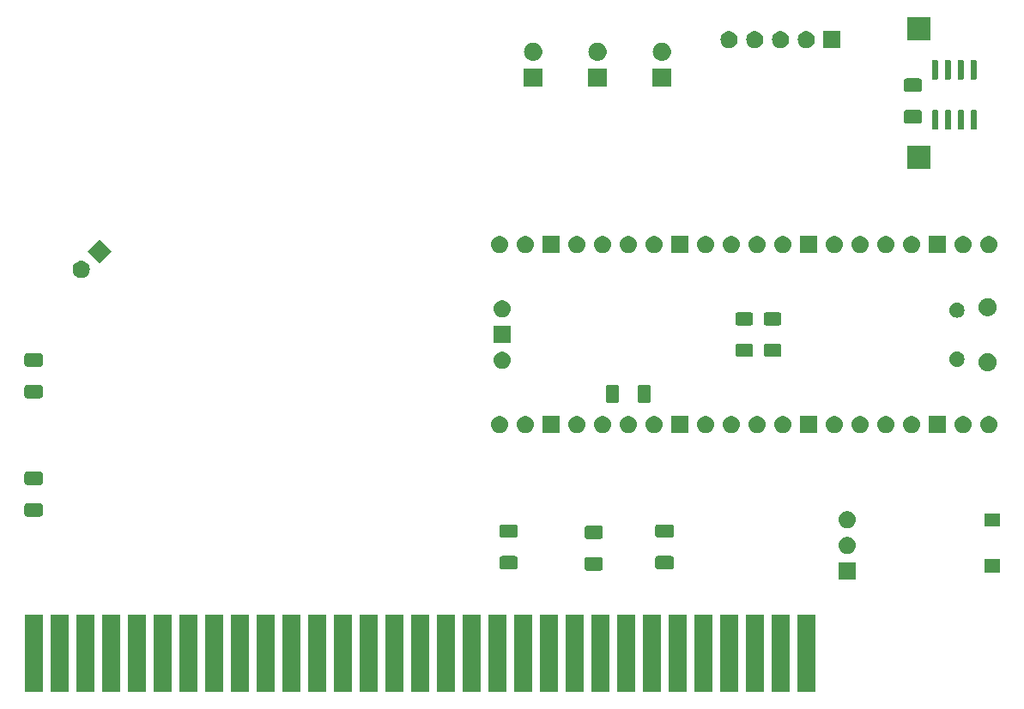
<source format=gbr>
%TF.GenerationSoftware,KiCad,Pcbnew,7.0.8*%
%TF.CreationDate,2024-01-21T15:21:42-06:00*%
%TF.ProjectId,ISA rev8,49534120-7265-4763-982e-6b696361645f,rev?*%
%TF.SameCoordinates,Original*%
%TF.FileFunction,Soldermask,Bot*%
%TF.FilePolarity,Negative*%
%FSLAX46Y46*%
G04 Gerber Fmt 4.6, Leading zero omitted, Abs format (unit mm)*
G04 Created by KiCad (PCBNEW 7.0.8) date 2024-01-21 15:21:42*
%MOMM*%
%LPD*%
G01*
G04 APERTURE LIST*
G04 APERTURE END LIST*
G36*
X104273000Y-130302000D02*
G01*
X102493000Y-130302000D01*
X102493000Y-122682000D01*
X104273000Y-122682000D01*
X104273000Y-130302000D01*
G37*
G36*
X106813000Y-130302000D02*
G01*
X105033000Y-130302000D01*
X105033000Y-122682000D01*
X106813000Y-122682000D01*
X106813000Y-130302000D01*
G37*
G36*
X109353000Y-130302000D02*
G01*
X107573000Y-130302000D01*
X107573000Y-122682000D01*
X109353000Y-122682000D01*
X109353000Y-130302000D01*
G37*
G36*
X111893000Y-130302000D02*
G01*
X110113000Y-130302000D01*
X110113000Y-122682000D01*
X111893000Y-122682000D01*
X111893000Y-130302000D01*
G37*
G36*
X114433000Y-130302000D02*
G01*
X112653000Y-130302000D01*
X112653000Y-122682000D01*
X114433000Y-122682000D01*
X114433000Y-130302000D01*
G37*
G36*
X116973000Y-130302000D02*
G01*
X115193000Y-130302000D01*
X115193000Y-122682000D01*
X116973000Y-122682000D01*
X116973000Y-130302000D01*
G37*
G36*
X119513000Y-130302000D02*
G01*
X117733000Y-130302000D01*
X117733000Y-122682000D01*
X119513000Y-122682000D01*
X119513000Y-130302000D01*
G37*
G36*
X122053000Y-130302000D02*
G01*
X120273000Y-130302000D01*
X120273000Y-122682000D01*
X122053000Y-122682000D01*
X122053000Y-130302000D01*
G37*
G36*
X124593000Y-130302000D02*
G01*
X122813000Y-130302000D01*
X122813000Y-122682000D01*
X124593000Y-122682000D01*
X124593000Y-130302000D01*
G37*
G36*
X127133000Y-130302000D02*
G01*
X125353000Y-130302000D01*
X125353000Y-122682000D01*
X127133000Y-122682000D01*
X127133000Y-130302000D01*
G37*
G36*
X129673000Y-130302000D02*
G01*
X127893000Y-130302000D01*
X127893000Y-122682000D01*
X129673000Y-122682000D01*
X129673000Y-130302000D01*
G37*
G36*
X132213000Y-130302000D02*
G01*
X130433000Y-130302000D01*
X130433000Y-122682000D01*
X132213000Y-122682000D01*
X132213000Y-130302000D01*
G37*
G36*
X134753000Y-130302000D02*
G01*
X132973000Y-130302000D01*
X132973000Y-122682000D01*
X134753000Y-122682000D01*
X134753000Y-130302000D01*
G37*
G36*
X137293000Y-130302000D02*
G01*
X135513000Y-130302000D01*
X135513000Y-122682000D01*
X137293000Y-122682000D01*
X137293000Y-130302000D01*
G37*
G36*
X139833000Y-130302000D02*
G01*
X138053000Y-130302000D01*
X138053000Y-122682000D01*
X139833000Y-122682000D01*
X139833000Y-130302000D01*
G37*
G36*
X142373000Y-130302000D02*
G01*
X140593000Y-130302000D01*
X140593000Y-122682000D01*
X142373000Y-122682000D01*
X142373000Y-130302000D01*
G37*
G36*
X144913000Y-130302000D02*
G01*
X143133000Y-130302000D01*
X143133000Y-122682000D01*
X144913000Y-122682000D01*
X144913000Y-130302000D01*
G37*
G36*
X147453000Y-130302000D02*
G01*
X145673000Y-130302000D01*
X145673000Y-122682000D01*
X147453000Y-122682000D01*
X147453000Y-130302000D01*
G37*
G36*
X149993000Y-130302000D02*
G01*
X148213000Y-130302000D01*
X148213000Y-122682000D01*
X149993000Y-122682000D01*
X149993000Y-130302000D01*
G37*
G36*
X152533000Y-130302000D02*
G01*
X150753000Y-130302000D01*
X150753000Y-122682000D01*
X152533000Y-122682000D01*
X152533000Y-130302000D01*
G37*
G36*
X155073000Y-130302000D02*
G01*
X153293000Y-130302000D01*
X153293000Y-122682000D01*
X155073000Y-122682000D01*
X155073000Y-130302000D01*
G37*
G36*
X157613000Y-130302000D02*
G01*
X155833000Y-130302000D01*
X155833000Y-122682000D01*
X157613000Y-122682000D01*
X157613000Y-130302000D01*
G37*
G36*
X160153000Y-130302000D02*
G01*
X158373000Y-130302000D01*
X158373000Y-122682000D01*
X160153000Y-122682000D01*
X160153000Y-130302000D01*
G37*
G36*
X162693000Y-130302000D02*
G01*
X160913000Y-130302000D01*
X160913000Y-122682000D01*
X162693000Y-122682000D01*
X162693000Y-130302000D01*
G37*
G36*
X165233000Y-130302000D02*
G01*
X163453000Y-130302000D01*
X163453000Y-122682000D01*
X165233000Y-122682000D01*
X165233000Y-130302000D01*
G37*
G36*
X167773000Y-130302000D02*
G01*
X165993000Y-130302000D01*
X165993000Y-122682000D01*
X167773000Y-122682000D01*
X167773000Y-130302000D01*
G37*
G36*
X170313000Y-130302000D02*
G01*
X168533000Y-130302000D01*
X168533000Y-122682000D01*
X170313000Y-122682000D01*
X170313000Y-130302000D01*
G37*
G36*
X172853000Y-130302000D02*
G01*
X171073000Y-130302000D01*
X171073000Y-122682000D01*
X172853000Y-122682000D01*
X172853000Y-130302000D01*
G37*
G36*
X175393000Y-130302000D02*
G01*
X173613000Y-130302000D01*
X173613000Y-122682000D01*
X175393000Y-122682000D01*
X175393000Y-130302000D01*
G37*
G36*
X177933000Y-130302000D02*
G01*
X176153000Y-130302000D01*
X176153000Y-122682000D01*
X177933000Y-122682000D01*
X177933000Y-130302000D01*
G37*
G36*
X180473000Y-130302000D02*
G01*
X178693000Y-130302000D01*
X178693000Y-122682000D01*
X180473000Y-122682000D01*
X180473000Y-130302000D01*
G37*
G36*
X184492000Y-119199000D02*
G01*
X182792000Y-119199000D01*
X182792000Y-117499000D01*
X184492000Y-117499000D01*
X184492000Y-119199000D01*
G37*
G36*
X198704500Y-118470000D02*
G01*
X197154500Y-118470000D01*
X197154500Y-117170000D01*
X198704500Y-117170000D01*
X198704500Y-118470000D01*
G37*
G36*
X159277850Y-116978964D02*
G01*
X159328040Y-116984787D01*
X159345189Y-116992359D01*
X159368671Y-116997030D01*
X159393810Y-117013827D01*
X159413696Y-117022608D01*
X159427277Y-117036189D01*
X159449777Y-117051223D01*
X159464810Y-117073722D01*
X159478391Y-117087303D01*
X159487170Y-117107186D01*
X159503970Y-117132329D01*
X159508641Y-117155812D01*
X159516212Y-117172959D01*
X159522033Y-117223139D01*
X159523000Y-117228000D01*
X159523000Y-118053000D01*
X159522032Y-118057863D01*
X159516212Y-118108040D01*
X159508641Y-118125185D01*
X159503970Y-118148671D01*
X159487169Y-118173815D01*
X159478391Y-118193696D01*
X159464812Y-118207274D01*
X159449777Y-118229777D01*
X159427274Y-118244812D01*
X159413696Y-118258391D01*
X159393815Y-118267169D01*
X159368671Y-118283970D01*
X159345185Y-118288641D01*
X159328040Y-118296212D01*
X159277861Y-118302032D01*
X159273000Y-118303000D01*
X157973000Y-118303000D01*
X157968138Y-118302032D01*
X157917959Y-118296212D01*
X157900812Y-118288641D01*
X157877329Y-118283970D01*
X157852186Y-118267170D01*
X157832303Y-118258391D01*
X157818722Y-118244810D01*
X157796223Y-118229777D01*
X157781189Y-118207277D01*
X157767608Y-118193696D01*
X157758827Y-118173810D01*
X157742030Y-118148671D01*
X157737359Y-118125189D01*
X157729787Y-118108040D01*
X157723964Y-118057849D01*
X157723000Y-118053000D01*
X157723000Y-117228000D01*
X157723964Y-117223150D01*
X157729787Y-117172959D01*
X157737359Y-117155808D01*
X157742030Y-117132329D01*
X157758826Y-117107191D01*
X157767608Y-117087303D01*
X157781191Y-117073719D01*
X157796223Y-117051223D01*
X157818719Y-117036191D01*
X157832303Y-117022608D01*
X157852191Y-117013826D01*
X157877329Y-116997030D01*
X157900808Y-116992359D01*
X157917959Y-116984787D01*
X157968151Y-116978964D01*
X157973000Y-116978000D01*
X159273000Y-116978000D01*
X159277850Y-116978964D01*
G37*
G36*
X150895850Y-116851964D02*
G01*
X150946040Y-116857787D01*
X150963189Y-116865359D01*
X150986671Y-116870030D01*
X151011810Y-116886827D01*
X151031696Y-116895608D01*
X151045277Y-116909189D01*
X151067777Y-116924223D01*
X151082810Y-116946722D01*
X151096391Y-116960303D01*
X151105170Y-116980186D01*
X151121970Y-117005329D01*
X151126641Y-117028812D01*
X151134212Y-117045959D01*
X151140033Y-117096139D01*
X151141000Y-117101000D01*
X151141000Y-117926000D01*
X151140032Y-117930863D01*
X151134212Y-117981040D01*
X151126641Y-117998185D01*
X151121970Y-118021671D01*
X151105169Y-118046815D01*
X151096391Y-118066696D01*
X151082812Y-118080274D01*
X151067777Y-118102777D01*
X151045274Y-118117812D01*
X151031696Y-118131391D01*
X151011815Y-118140169D01*
X150986671Y-118156970D01*
X150963185Y-118161641D01*
X150946040Y-118169212D01*
X150895861Y-118175032D01*
X150891000Y-118176000D01*
X149591000Y-118176000D01*
X149586138Y-118175032D01*
X149535959Y-118169212D01*
X149518812Y-118161641D01*
X149495329Y-118156970D01*
X149470186Y-118140170D01*
X149450303Y-118131391D01*
X149436722Y-118117810D01*
X149414223Y-118102777D01*
X149399189Y-118080277D01*
X149385608Y-118066696D01*
X149376827Y-118046810D01*
X149360030Y-118021671D01*
X149355359Y-117998189D01*
X149347787Y-117981040D01*
X149341964Y-117930849D01*
X149341000Y-117926000D01*
X149341000Y-117101000D01*
X149341964Y-117096150D01*
X149347787Y-117045959D01*
X149355359Y-117028808D01*
X149360030Y-117005329D01*
X149376826Y-116980191D01*
X149385608Y-116960303D01*
X149399191Y-116946719D01*
X149414223Y-116924223D01*
X149436719Y-116909191D01*
X149450303Y-116895608D01*
X149470191Y-116886826D01*
X149495329Y-116870030D01*
X149518808Y-116865359D01*
X149535959Y-116857787D01*
X149586151Y-116851964D01*
X149591000Y-116851000D01*
X150891000Y-116851000D01*
X150895850Y-116851964D01*
G37*
G36*
X166262850Y-116851964D02*
G01*
X166313040Y-116857787D01*
X166330189Y-116865359D01*
X166353671Y-116870030D01*
X166378810Y-116886827D01*
X166398696Y-116895608D01*
X166412277Y-116909189D01*
X166434777Y-116924223D01*
X166449810Y-116946722D01*
X166463391Y-116960303D01*
X166472170Y-116980186D01*
X166488970Y-117005329D01*
X166493641Y-117028812D01*
X166501212Y-117045959D01*
X166507033Y-117096139D01*
X166508000Y-117101000D01*
X166508000Y-117926000D01*
X166507032Y-117930863D01*
X166501212Y-117981040D01*
X166493641Y-117998185D01*
X166488970Y-118021671D01*
X166472169Y-118046815D01*
X166463391Y-118066696D01*
X166449812Y-118080274D01*
X166434777Y-118102777D01*
X166412274Y-118117812D01*
X166398696Y-118131391D01*
X166378815Y-118140169D01*
X166353671Y-118156970D01*
X166330185Y-118161641D01*
X166313040Y-118169212D01*
X166262861Y-118175032D01*
X166258000Y-118176000D01*
X164958000Y-118176000D01*
X164953138Y-118175032D01*
X164902959Y-118169212D01*
X164885812Y-118161641D01*
X164862329Y-118156970D01*
X164837186Y-118140170D01*
X164817303Y-118131391D01*
X164803722Y-118117810D01*
X164781223Y-118102777D01*
X164766189Y-118080277D01*
X164752608Y-118066696D01*
X164743827Y-118046810D01*
X164727030Y-118021671D01*
X164722359Y-117998189D01*
X164714787Y-117981040D01*
X164708964Y-117930849D01*
X164708000Y-117926000D01*
X164708000Y-117101000D01*
X164708964Y-117096150D01*
X164714787Y-117045959D01*
X164722359Y-117028808D01*
X164727030Y-117005329D01*
X164743826Y-116980191D01*
X164752608Y-116960303D01*
X164766191Y-116946719D01*
X164781223Y-116924223D01*
X164803719Y-116909191D01*
X164817303Y-116895608D01*
X164837191Y-116886826D01*
X164862329Y-116870030D01*
X164885808Y-116865359D01*
X164902959Y-116857787D01*
X164953151Y-116851964D01*
X164958000Y-116851000D01*
X166258000Y-116851000D01*
X166262850Y-116851964D01*
G37*
G36*
X183904664Y-115000602D02*
G01*
X184067000Y-115072878D01*
X184210761Y-115177327D01*
X184329664Y-115309383D01*
X184418514Y-115463274D01*
X184473425Y-115632275D01*
X184492000Y-115809000D01*
X184473425Y-115985725D01*
X184418514Y-116154726D01*
X184329664Y-116308617D01*
X184210761Y-116440673D01*
X184067000Y-116545122D01*
X183904664Y-116617398D01*
X183730849Y-116654344D01*
X183553151Y-116654344D01*
X183379336Y-116617398D01*
X183217000Y-116545122D01*
X183073239Y-116440673D01*
X182954336Y-116308617D01*
X182865486Y-116154726D01*
X182810575Y-115985725D01*
X182792000Y-115809000D01*
X182810575Y-115632275D01*
X182865486Y-115463274D01*
X182954336Y-115309383D01*
X183073239Y-115177327D01*
X183217000Y-115072878D01*
X183379336Y-115000602D01*
X183553151Y-114963656D01*
X183730849Y-114963656D01*
X183904664Y-115000602D01*
G37*
G36*
X159277850Y-113853964D02*
G01*
X159328040Y-113859787D01*
X159345189Y-113867359D01*
X159368671Y-113872030D01*
X159393810Y-113888827D01*
X159413696Y-113897608D01*
X159427277Y-113911189D01*
X159449777Y-113926223D01*
X159464810Y-113948722D01*
X159478391Y-113962303D01*
X159487170Y-113982186D01*
X159503970Y-114007329D01*
X159508641Y-114030812D01*
X159516212Y-114047959D01*
X159522033Y-114098139D01*
X159523000Y-114103000D01*
X159523000Y-114928000D01*
X159522032Y-114932863D01*
X159516212Y-114983040D01*
X159508641Y-115000185D01*
X159503970Y-115023671D01*
X159487169Y-115048815D01*
X159478391Y-115068696D01*
X159464812Y-115082274D01*
X159449777Y-115104777D01*
X159427274Y-115119812D01*
X159413696Y-115133391D01*
X159393815Y-115142169D01*
X159368671Y-115158970D01*
X159345185Y-115163641D01*
X159328040Y-115171212D01*
X159277861Y-115177032D01*
X159273000Y-115178000D01*
X157973000Y-115178000D01*
X157968138Y-115177032D01*
X157917959Y-115171212D01*
X157900812Y-115163641D01*
X157877329Y-115158970D01*
X157852186Y-115142170D01*
X157832303Y-115133391D01*
X157818722Y-115119810D01*
X157796223Y-115104777D01*
X157781189Y-115082277D01*
X157767608Y-115068696D01*
X157758827Y-115048810D01*
X157742030Y-115023671D01*
X157737359Y-115000189D01*
X157729787Y-114983040D01*
X157723964Y-114932849D01*
X157723000Y-114928000D01*
X157723000Y-114103000D01*
X157723964Y-114098150D01*
X157729787Y-114047959D01*
X157737359Y-114030808D01*
X157742030Y-114007329D01*
X157758826Y-113982191D01*
X157767608Y-113962303D01*
X157781191Y-113948719D01*
X157796223Y-113926223D01*
X157818719Y-113911191D01*
X157832303Y-113897608D01*
X157852191Y-113888826D01*
X157877329Y-113872030D01*
X157900808Y-113867359D01*
X157917959Y-113859787D01*
X157968151Y-113853964D01*
X157973000Y-113853000D01*
X159273000Y-113853000D01*
X159277850Y-113853964D01*
G37*
G36*
X150895850Y-113726964D02*
G01*
X150946040Y-113732787D01*
X150963189Y-113740359D01*
X150986671Y-113745030D01*
X151011810Y-113761827D01*
X151031696Y-113770608D01*
X151045277Y-113784189D01*
X151067777Y-113799223D01*
X151082810Y-113821722D01*
X151096391Y-113835303D01*
X151105170Y-113855186D01*
X151121970Y-113880329D01*
X151126641Y-113903812D01*
X151134212Y-113920959D01*
X151140033Y-113971139D01*
X151141000Y-113976000D01*
X151141000Y-114801000D01*
X151140032Y-114805863D01*
X151134212Y-114856040D01*
X151126641Y-114873185D01*
X151121970Y-114896671D01*
X151105169Y-114921815D01*
X151096391Y-114941696D01*
X151082812Y-114955274D01*
X151067777Y-114977777D01*
X151045274Y-114992812D01*
X151031696Y-115006391D01*
X151011815Y-115015169D01*
X150986671Y-115031970D01*
X150963185Y-115036641D01*
X150946040Y-115044212D01*
X150895861Y-115050032D01*
X150891000Y-115051000D01*
X149591000Y-115051000D01*
X149586138Y-115050032D01*
X149535959Y-115044212D01*
X149518812Y-115036641D01*
X149495329Y-115031970D01*
X149470186Y-115015170D01*
X149450303Y-115006391D01*
X149436722Y-114992810D01*
X149414223Y-114977777D01*
X149399189Y-114955277D01*
X149385608Y-114941696D01*
X149376827Y-114921810D01*
X149360030Y-114896671D01*
X149355359Y-114873189D01*
X149347787Y-114856040D01*
X149341964Y-114805849D01*
X149341000Y-114801000D01*
X149341000Y-113976000D01*
X149341964Y-113971150D01*
X149347787Y-113920959D01*
X149355359Y-113903808D01*
X149360030Y-113880329D01*
X149376826Y-113855191D01*
X149385608Y-113835303D01*
X149399191Y-113821719D01*
X149414223Y-113799223D01*
X149436719Y-113784191D01*
X149450303Y-113770608D01*
X149470191Y-113761826D01*
X149495329Y-113745030D01*
X149518808Y-113740359D01*
X149535959Y-113732787D01*
X149586151Y-113726964D01*
X149591000Y-113726000D01*
X150891000Y-113726000D01*
X150895850Y-113726964D01*
G37*
G36*
X166262850Y-113726964D02*
G01*
X166313040Y-113732787D01*
X166330189Y-113740359D01*
X166353671Y-113745030D01*
X166378810Y-113761827D01*
X166398696Y-113770608D01*
X166412277Y-113784189D01*
X166434777Y-113799223D01*
X166449810Y-113821722D01*
X166463391Y-113835303D01*
X166472170Y-113855186D01*
X166488970Y-113880329D01*
X166493641Y-113903812D01*
X166501212Y-113920959D01*
X166507033Y-113971139D01*
X166508000Y-113976000D01*
X166508000Y-114801000D01*
X166507032Y-114805863D01*
X166501212Y-114856040D01*
X166493641Y-114873185D01*
X166488970Y-114896671D01*
X166472169Y-114921815D01*
X166463391Y-114941696D01*
X166449812Y-114955274D01*
X166434777Y-114977777D01*
X166412274Y-114992812D01*
X166398696Y-115006391D01*
X166378815Y-115015169D01*
X166353671Y-115031970D01*
X166330185Y-115036641D01*
X166313040Y-115044212D01*
X166262861Y-115050032D01*
X166258000Y-115051000D01*
X164958000Y-115051000D01*
X164953138Y-115050032D01*
X164902959Y-115044212D01*
X164885812Y-115036641D01*
X164862329Y-115031970D01*
X164837186Y-115015170D01*
X164817303Y-115006391D01*
X164803722Y-114992810D01*
X164781223Y-114977777D01*
X164766189Y-114955277D01*
X164752608Y-114941696D01*
X164743827Y-114921810D01*
X164727030Y-114896671D01*
X164722359Y-114873189D01*
X164714787Y-114856040D01*
X164708964Y-114805849D01*
X164708000Y-114801000D01*
X164708000Y-113976000D01*
X164708964Y-113971150D01*
X164714787Y-113920959D01*
X164722359Y-113903808D01*
X164727030Y-113880329D01*
X164743826Y-113855191D01*
X164752608Y-113835303D01*
X164766191Y-113821719D01*
X164781223Y-113799223D01*
X164803719Y-113784191D01*
X164817303Y-113770608D01*
X164837191Y-113761826D01*
X164862329Y-113745030D01*
X164885808Y-113740359D01*
X164902959Y-113732787D01*
X164953151Y-113726964D01*
X164958000Y-113726000D01*
X166258000Y-113726000D01*
X166262850Y-113726964D01*
G37*
G36*
X183904664Y-112460602D02*
G01*
X184067000Y-112532878D01*
X184210761Y-112637327D01*
X184329664Y-112769383D01*
X184418514Y-112923274D01*
X184473425Y-113092275D01*
X184492000Y-113269000D01*
X184473425Y-113445725D01*
X184418514Y-113614726D01*
X184329664Y-113768617D01*
X184210761Y-113900673D01*
X184067000Y-114005122D01*
X183904664Y-114077398D01*
X183730849Y-114114344D01*
X183553151Y-114114344D01*
X183379336Y-114077398D01*
X183217000Y-114005122D01*
X183073239Y-113900673D01*
X182954336Y-113768617D01*
X182865486Y-113614726D01*
X182810575Y-113445725D01*
X182792000Y-113269000D01*
X182810575Y-113092275D01*
X182865486Y-112923274D01*
X182954336Y-112769383D01*
X183073239Y-112637327D01*
X183217000Y-112532878D01*
X183379336Y-112460602D01*
X183553151Y-112423656D01*
X183730849Y-112423656D01*
X183904664Y-112460602D01*
G37*
G36*
X198704500Y-113970000D02*
G01*
X197154500Y-113970000D01*
X197154500Y-112670000D01*
X198704500Y-112670000D01*
X198704500Y-113970000D01*
G37*
G36*
X104027850Y-111644964D02*
G01*
X104078040Y-111650787D01*
X104095189Y-111658359D01*
X104118671Y-111663030D01*
X104143810Y-111679827D01*
X104163696Y-111688608D01*
X104177277Y-111702189D01*
X104199777Y-111717223D01*
X104214810Y-111739722D01*
X104228391Y-111753303D01*
X104237170Y-111773186D01*
X104253970Y-111798329D01*
X104258641Y-111821812D01*
X104266212Y-111838959D01*
X104272033Y-111889139D01*
X104273000Y-111894000D01*
X104273000Y-112719000D01*
X104272032Y-112723863D01*
X104266212Y-112774040D01*
X104258641Y-112791185D01*
X104253970Y-112814671D01*
X104237169Y-112839815D01*
X104228391Y-112859696D01*
X104214812Y-112873274D01*
X104199777Y-112895777D01*
X104177274Y-112910812D01*
X104163696Y-112924391D01*
X104143815Y-112933169D01*
X104118671Y-112949970D01*
X104095185Y-112954641D01*
X104078040Y-112962212D01*
X104027861Y-112968032D01*
X104023000Y-112969000D01*
X102723000Y-112969000D01*
X102718138Y-112968032D01*
X102667959Y-112962212D01*
X102650812Y-112954641D01*
X102627329Y-112949970D01*
X102602186Y-112933170D01*
X102582303Y-112924391D01*
X102568722Y-112910810D01*
X102546223Y-112895777D01*
X102531189Y-112873277D01*
X102517608Y-112859696D01*
X102508827Y-112839810D01*
X102492030Y-112814671D01*
X102487359Y-112791189D01*
X102479787Y-112774040D01*
X102473964Y-112723849D01*
X102473000Y-112719000D01*
X102473000Y-111894000D01*
X102473964Y-111889150D01*
X102479787Y-111838959D01*
X102487359Y-111821808D01*
X102492030Y-111798329D01*
X102508826Y-111773191D01*
X102517608Y-111753303D01*
X102531191Y-111739719D01*
X102546223Y-111717223D01*
X102568719Y-111702191D01*
X102582303Y-111688608D01*
X102602191Y-111679826D01*
X102627329Y-111663030D01*
X102650808Y-111658359D01*
X102667959Y-111650787D01*
X102718151Y-111644964D01*
X102723000Y-111644000D01*
X104023000Y-111644000D01*
X104027850Y-111644964D01*
G37*
G36*
X104027850Y-108519964D02*
G01*
X104078040Y-108525787D01*
X104095189Y-108533359D01*
X104118671Y-108538030D01*
X104143810Y-108554827D01*
X104163696Y-108563608D01*
X104177277Y-108577189D01*
X104199777Y-108592223D01*
X104214810Y-108614722D01*
X104228391Y-108628303D01*
X104237170Y-108648186D01*
X104253970Y-108673329D01*
X104258641Y-108696812D01*
X104266212Y-108713959D01*
X104272033Y-108764139D01*
X104273000Y-108769000D01*
X104273000Y-109594000D01*
X104272032Y-109598863D01*
X104266212Y-109649040D01*
X104258641Y-109666185D01*
X104253970Y-109689671D01*
X104237169Y-109714815D01*
X104228391Y-109734696D01*
X104214812Y-109748274D01*
X104199777Y-109770777D01*
X104177274Y-109785812D01*
X104163696Y-109799391D01*
X104143815Y-109808169D01*
X104118671Y-109824970D01*
X104095185Y-109829641D01*
X104078040Y-109837212D01*
X104027861Y-109843032D01*
X104023000Y-109844000D01*
X102723000Y-109844000D01*
X102718138Y-109843032D01*
X102667959Y-109837212D01*
X102650812Y-109829641D01*
X102627329Y-109824970D01*
X102602186Y-109808170D01*
X102582303Y-109799391D01*
X102568722Y-109785810D01*
X102546223Y-109770777D01*
X102531189Y-109748277D01*
X102517608Y-109734696D01*
X102508827Y-109714810D01*
X102492030Y-109689671D01*
X102487359Y-109666189D01*
X102479787Y-109649040D01*
X102473964Y-109598849D01*
X102473000Y-109594000D01*
X102473000Y-108769000D01*
X102473964Y-108764150D01*
X102479787Y-108713959D01*
X102487359Y-108696808D01*
X102492030Y-108673329D01*
X102508826Y-108648191D01*
X102517608Y-108628303D01*
X102531191Y-108614719D01*
X102546223Y-108592223D01*
X102568719Y-108577191D01*
X102582303Y-108563608D01*
X102602191Y-108554826D01*
X102627329Y-108538030D01*
X102650808Y-108533359D01*
X102667959Y-108525787D01*
X102718151Y-108519964D01*
X102723000Y-108519000D01*
X104023000Y-108519000D01*
X104027850Y-108519964D01*
G37*
G36*
X155282000Y-104736000D02*
G01*
X153582000Y-104736000D01*
X153582000Y-103036000D01*
X155282000Y-103036000D01*
X155282000Y-104736000D01*
G37*
G36*
X167982000Y-104736000D02*
G01*
X166282000Y-104736000D01*
X166282000Y-103036000D01*
X167982000Y-103036000D01*
X167982000Y-104736000D01*
G37*
G36*
X180682000Y-104736000D02*
G01*
X178982000Y-104736000D01*
X178982000Y-103036000D01*
X180682000Y-103036000D01*
X180682000Y-104736000D01*
G37*
G36*
X193382000Y-104736000D02*
G01*
X191682000Y-104736000D01*
X191682000Y-103036000D01*
X193382000Y-103036000D01*
X193382000Y-104736000D01*
G37*
G36*
X149614664Y-103077602D02*
G01*
X149777000Y-103149878D01*
X149920761Y-103254327D01*
X150039664Y-103386383D01*
X150128514Y-103540274D01*
X150183425Y-103709275D01*
X150202000Y-103886000D01*
X150183425Y-104062725D01*
X150128514Y-104231726D01*
X150039664Y-104385617D01*
X149920761Y-104517673D01*
X149777000Y-104622122D01*
X149614664Y-104694398D01*
X149440849Y-104731344D01*
X149263151Y-104731344D01*
X149089336Y-104694398D01*
X148927000Y-104622122D01*
X148783239Y-104517673D01*
X148664336Y-104385617D01*
X148575486Y-104231726D01*
X148520575Y-104062725D01*
X148502000Y-103886000D01*
X148520575Y-103709275D01*
X148575486Y-103540274D01*
X148664336Y-103386383D01*
X148783239Y-103254327D01*
X148927000Y-103149878D01*
X149089336Y-103077602D01*
X149263151Y-103040656D01*
X149440849Y-103040656D01*
X149614664Y-103077602D01*
G37*
G36*
X152154664Y-103077602D02*
G01*
X152317000Y-103149878D01*
X152460761Y-103254327D01*
X152579664Y-103386383D01*
X152668514Y-103540274D01*
X152723425Y-103709275D01*
X152742000Y-103886000D01*
X152723425Y-104062725D01*
X152668514Y-104231726D01*
X152579664Y-104385617D01*
X152460761Y-104517673D01*
X152317000Y-104622122D01*
X152154664Y-104694398D01*
X151980849Y-104731344D01*
X151803151Y-104731344D01*
X151629336Y-104694398D01*
X151467000Y-104622122D01*
X151323239Y-104517673D01*
X151204336Y-104385617D01*
X151115486Y-104231726D01*
X151060575Y-104062725D01*
X151042000Y-103886000D01*
X151060575Y-103709275D01*
X151115486Y-103540274D01*
X151204336Y-103386383D01*
X151323239Y-103254327D01*
X151467000Y-103149878D01*
X151629336Y-103077602D01*
X151803151Y-103040656D01*
X151980849Y-103040656D01*
X152154664Y-103077602D01*
G37*
G36*
X157234664Y-103077602D02*
G01*
X157397000Y-103149878D01*
X157540761Y-103254327D01*
X157659664Y-103386383D01*
X157748514Y-103540274D01*
X157803425Y-103709275D01*
X157822000Y-103886000D01*
X157803425Y-104062725D01*
X157748514Y-104231726D01*
X157659664Y-104385617D01*
X157540761Y-104517673D01*
X157397000Y-104622122D01*
X157234664Y-104694398D01*
X157060849Y-104731344D01*
X156883151Y-104731344D01*
X156709336Y-104694398D01*
X156547000Y-104622122D01*
X156403239Y-104517673D01*
X156284336Y-104385617D01*
X156195486Y-104231726D01*
X156140575Y-104062725D01*
X156122000Y-103886000D01*
X156140575Y-103709275D01*
X156195486Y-103540274D01*
X156284336Y-103386383D01*
X156403239Y-103254327D01*
X156547000Y-103149878D01*
X156709336Y-103077602D01*
X156883151Y-103040656D01*
X157060849Y-103040656D01*
X157234664Y-103077602D01*
G37*
G36*
X159774664Y-103077602D02*
G01*
X159937000Y-103149878D01*
X160080761Y-103254327D01*
X160199664Y-103386383D01*
X160288514Y-103540274D01*
X160343425Y-103709275D01*
X160362000Y-103886000D01*
X160343425Y-104062725D01*
X160288514Y-104231726D01*
X160199664Y-104385617D01*
X160080761Y-104517673D01*
X159937000Y-104622122D01*
X159774664Y-104694398D01*
X159600849Y-104731344D01*
X159423151Y-104731344D01*
X159249336Y-104694398D01*
X159087000Y-104622122D01*
X158943239Y-104517673D01*
X158824336Y-104385617D01*
X158735486Y-104231726D01*
X158680575Y-104062725D01*
X158662000Y-103886000D01*
X158680575Y-103709275D01*
X158735486Y-103540274D01*
X158824336Y-103386383D01*
X158943239Y-103254327D01*
X159087000Y-103149878D01*
X159249336Y-103077602D01*
X159423151Y-103040656D01*
X159600849Y-103040656D01*
X159774664Y-103077602D01*
G37*
G36*
X162314664Y-103077602D02*
G01*
X162477000Y-103149878D01*
X162620761Y-103254327D01*
X162739664Y-103386383D01*
X162828514Y-103540274D01*
X162883425Y-103709275D01*
X162902000Y-103886000D01*
X162883425Y-104062725D01*
X162828514Y-104231726D01*
X162739664Y-104385617D01*
X162620761Y-104517673D01*
X162477000Y-104622122D01*
X162314664Y-104694398D01*
X162140849Y-104731344D01*
X161963151Y-104731344D01*
X161789336Y-104694398D01*
X161627000Y-104622122D01*
X161483239Y-104517673D01*
X161364336Y-104385617D01*
X161275486Y-104231726D01*
X161220575Y-104062725D01*
X161202000Y-103886000D01*
X161220575Y-103709275D01*
X161275486Y-103540274D01*
X161364336Y-103386383D01*
X161483239Y-103254327D01*
X161627000Y-103149878D01*
X161789336Y-103077602D01*
X161963151Y-103040656D01*
X162140849Y-103040656D01*
X162314664Y-103077602D01*
G37*
G36*
X164854664Y-103077602D02*
G01*
X165017000Y-103149878D01*
X165160761Y-103254327D01*
X165279664Y-103386383D01*
X165368514Y-103540274D01*
X165423425Y-103709275D01*
X165442000Y-103886000D01*
X165423425Y-104062725D01*
X165368514Y-104231726D01*
X165279664Y-104385617D01*
X165160761Y-104517673D01*
X165017000Y-104622122D01*
X164854664Y-104694398D01*
X164680849Y-104731344D01*
X164503151Y-104731344D01*
X164329336Y-104694398D01*
X164167000Y-104622122D01*
X164023239Y-104517673D01*
X163904336Y-104385617D01*
X163815486Y-104231726D01*
X163760575Y-104062725D01*
X163742000Y-103886000D01*
X163760575Y-103709275D01*
X163815486Y-103540274D01*
X163904336Y-103386383D01*
X164023239Y-103254327D01*
X164167000Y-103149878D01*
X164329336Y-103077602D01*
X164503151Y-103040656D01*
X164680849Y-103040656D01*
X164854664Y-103077602D01*
G37*
G36*
X169934664Y-103077602D02*
G01*
X170097000Y-103149878D01*
X170240761Y-103254327D01*
X170359664Y-103386383D01*
X170448514Y-103540274D01*
X170503425Y-103709275D01*
X170522000Y-103886000D01*
X170503425Y-104062725D01*
X170448514Y-104231726D01*
X170359664Y-104385617D01*
X170240761Y-104517673D01*
X170097000Y-104622122D01*
X169934664Y-104694398D01*
X169760849Y-104731344D01*
X169583151Y-104731344D01*
X169409336Y-104694398D01*
X169247000Y-104622122D01*
X169103239Y-104517673D01*
X168984336Y-104385617D01*
X168895486Y-104231726D01*
X168840575Y-104062725D01*
X168822000Y-103886000D01*
X168840575Y-103709275D01*
X168895486Y-103540274D01*
X168984336Y-103386383D01*
X169103239Y-103254327D01*
X169247000Y-103149878D01*
X169409336Y-103077602D01*
X169583151Y-103040656D01*
X169760849Y-103040656D01*
X169934664Y-103077602D01*
G37*
G36*
X172474664Y-103077602D02*
G01*
X172637000Y-103149878D01*
X172780761Y-103254327D01*
X172899664Y-103386383D01*
X172988514Y-103540274D01*
X173043425Y-103709275D01*
X173062000Y-103886000D01*
X173043425Y-104062725D01*
X172988514Y-104231726D01*
X172899664Y-104385617D01*
X172780761Y-104517673D01*
X172637000Y-104622122D01*
X172474664Y-104694398D01*
X172300849Y-104731344D01*
X172123151Y-104731344D01*
X171949336Y-104694398D01*
X171787000Y-104622122D01*
X171643239Y-104517673D01*
X171524336Y-104385617D01*
X171435486Y-104231726D01*
X171380575Y-104062725D01*
X171362000Y-103886000D01*
X171380575Y-103709275D01*
X171435486Y-103540274D01*
X171524336Y-103386383D01*
X171643239Y-103254327D01*
X171787000Y-103149878D01*
X171949336Y-103077602D01*
X172123151Y-103040656D01*
X172300849Y-103040656D01*
X172474664Y-103077602D01*
G37*
G36*
X175014664Y-103077602D02*
G01*
X175177000Y-103149878D01*
X175320761Y-103254327D01*
X175439664Y-103386383D01*
X175528514Y-103540274D01*
X175583425Y-103709275D01*
X175602000Y-103886000D01*
X175583425Y-104062725D01*
X175528514Y-104231726D01*
X175439664Y-104385617D01*
X175320761Y-104517673D01*
X175177000Y-104622122D01*
X175014664Y-104694398D01*
X174840849Y-104731344D01*
X174663151Y-104731344D01*
X174489336Y-104694398D01*
X174327000Y-104622122D01*
X174183239Y-104517673D01*
X174064336Y-104385617D01*
X173975486Y-104231726D01*
X173920575Y-104062725D01*
X173902000Y-103886000D01*
X173920575Y-103709275D01*
X173975486Y-103540274D01*
X174064336Y-103386383D01*
X174183239Y-103254327D01*
X174327000Y-103149878D01*
X174489336Y-103077602D01*
X174663151Y-103040656D01*
X174840849Y-103040656D01*
X175014664Y-103077602D01*
G37*
G36*
X177554664Y-103077602D02*
G01*
X177717000Y-103149878D01*
X177860761Y-103254327D01*
X177979664Y-103386383D01*
X178068514Y-103540274D01*
X178123425Y-103709275D01*
X178142000Y-103886000D01*
X178123425Y-104062725D01*
X178068514Y-104231726D01*
X177979664Y-104385617D01*
X177860761Y-104517673D01*
X177717000Y-104622122D01*
X177554664Y-104694398D01*
X177380849Y-104731344D01*
X177203151Y-104731344D01*
X177029336Y-104694398D01*
X176867000Y-104622122D01*
X176723239Y-104517673D01*
X176604336Y-104385617D01*
X176515486Y-104231726D01*
X176460575Y-104062725D01*
X176442000Y-103886000D01*
X176460575Y-103709275D01*
X176515486Y-103540274D01*
X176604336Y-103386383D01*
X176723239Y-103254327D01*
X176867000Y-103149878D01*
X177029336Y-103077602D01*
X177203151Y-103040656D01*
X177380849Y-103040656D01*
X177554664Y-103077602D01*
G37*
G36*
X182634664Y-103077602D02*
G01*
X182797000Y-103149878D01*
X182940761Y-103254327D01*
X183059664Y-103386383D01*
X183148514Y-103540274D01*
X183203425Y-103709275D01*
X183222000Y-103886000D01*
X183203425Y-104062725D01*
X183148514Y-104231726D01*
X183059664Y-104385617D01*
X182940761Y-104517673D01*
X182797000Y-104622122D01*
X182634664Y-104694398D01*
X182460849Y-104731344D01*
X182283151Y-104731344D01*
X182109336Y-104694398D01*
X181947000Y-104622122D01*
X181803239Y-104517673D01*
X181684336Y-104385617D01*
X181595486Y-104231726D01*
X181540575Y-104062725D01*
X181522000Y-103886000D01*
X181540575Y-103709275D01*
X181595486Y-103540274D01*
X181684336Y-103386383D01*
X181803239Y-103254327D01*
X181947000Y-103149878D01*
X182109336Y-103077602D01*
X182283151Y-103040656D01*
X182460849Y-103040656D01*
X182634664Y-103077602D01*
G37*
G36*
X185174664Y-103077602D02*
G01*
X185337000Y-103149878D01*
X185480761Y-103254327D01*
X185599664Y-103386383D01*
X185688514Y-103540274D01*
X185743425Y-103709275D01*
X185762000Y-103886000D01*
X185743425Y-104062725D01*
X185688514Y-104231726D01*
X185599664Y-104385617D01*
X185480761Y-104517673D01*
X185337000Y-104622122D01*
X185174664Y-104694398D01*
X185000849Y-104731344D01*
X184823151Y-104731344D01*
X184649336Y-104694398D01*
X184487000Y-104622122D01*
X184343239Y-104517673D01*
X184224336Y-104385617D01*
X184135486Y-104231726D01*
X184080575Y-104062725D01*
X184062000Y-103886000D01*
X184080575Y-103709275D01*
X184135486Y-103540274D01*
X184224336Y-103386383D01*
X184343239Y-103254327D01*
X184487000Y-103149878D01*
X184649336Y-103077602D01*
X184823151Y-103040656D01*
X185000849Y-103040656D01*
X185174664Y-103077602D01*
G37*
G36*
X187714664Y-103077602D02*
G01*
X187877000Y-103149878D01*
X188020761Y-103254327D01*
X188139664Y-103386383D01*
X188228514Y-103540274D01*
X188283425Y-103709275D01*
X188302000Y-103886000D01*
X188283425Y-104062725D01*
X188228514Y-104231726D01*
X188139664Y-104385617D01*
X188020761Y-104517673D01*
X187877000Y-104622122D01*
X187714664Y-104694398D01*
X187540849Y-104731344D01*
X187363151Y-104731344D01*
X187189336Y-104694398D01*
X187027000Y-104622122D01*
X186883239Y-104517673D01*
X186764336Y-104385617D01*
X186675486Y-104231726D01*
X186620575Y-104062725D01*
X186602000Y-103886000D01*
X186620575Y-103709275D01*
X186675486Y-103540274D01*
X186764336Y-103386383D01*
X186883239Y-103254327D01*
X187027000Y-103149878D01*
X187189336Y-103077602D01*
X187363151Y-103040656D01*
X187540849Y-103040656D01*
X187714664Y-103077602D01*
G37*
G36*
X190254664Y-103077602D02*
G01*
X190417000Y-103149878D01*
X190560761Y-103254327D01*
X190679664Y-103386383D01*
X190768514Y-103540274D01*
X190823425Y-103709275D01*
X190842000Y-103886000D01*
X190823425Y-104062725D01*
X190768514Y-104231726D01*
X190679664Y-104385617D01*
X190560761Y-104517673D01*
X190417000Y-104622122D01*
X190254664Y-104694398D01*
X190080849Y-104731344D01*
X189903151Y-104731344D01*
X189729336Y-104694398D01*
X189567000Y-104622122D01*
X189423239Y-104517673D01*
X189304336Y-104385617D01*
X189215486Y-104231726D01*
X189160575Y-104062725D01*
X189142000Y-103886000D01*
X189160575Y-103709275D01*
X189215486Y-103540274D01*
X189304336Y-103386383D01*
X189423239Y-103254327D01*
X189567000Y-103149878D01*
X189729336Y-103077602D01*
X189903151Y-103040656D01*
X190080849Y-103040656D01*
X190254664Y-103077602D01*
G37*
G36*
X195334664Y-103077602D02*
G01*
X195497000Y-103149878D01*
X195640761Y-103254327D01*
X195759664Y-103386383D01*
X195848514Y-103540274D01*
X195903425Y-103709275D01*
X195922000Y-103886000D01*
X195903425Y-104062725D01*
X195848514Y-104231726D01*
X195759664Y-104385617D01*
X195640761Y-104517673D01*
X195497000Y-104622122D01*
X195334664Y-104694398D01*
X195160849Y-104731344D01*
X194983151Y-104731344D01*
X194809336Y-104694398D01*
X194647000Y-104622122D01*
X194503239Y-104517673D01*
X194384336Y-104385617D01*
X194295486Y-104231726D01*
X194240575Y-104062725D01*
X194222000Y-103886000D01*
X194240575Y-103709275D01*
X194295486Y-103540274D01*
X194384336Y-103386383D01*
X194503239Y-103254327D01*
X194647000Y-103149878D01*
X194809336Y-103077602D01*
X194983151Y-103040656D01*
X195160849Y-103040656D01*
X195334664Y-103077602D01*
G37*
G36*
X197874664Y-103077602D02*
G01*
X198037000Y-103149878D01*
X198180761Y-103254327D01*
X198299664Y-103386383D01*
X198388514Y-103540274D01*
X198443425Y-103709275D01*
X198462000Y-103886000D01*
X198443425Y-104062725D01*
X198388514Y-104231726D01*
X198299664Y-104385617D01*
X198180761Y-104517673D01*
X198037000Y-104622122D01*
X197874664Y-104694398D01*
X197700849Y-104731344D01*
X197523151Y-104731344D01*
X197349336Y-104694398D01*
X197187000Y-104622122D01*
X197043239Y-104517673D01*
X196924336Y-104385617D01*
X196835486Y-104231726D01*
X196780575Y-104062725D01*
X196762000Y-103886000D01*
X196780575Y-103709275D01*
X196835486Y-103540274D01*
X196924336Y-103386383D01*
X197043239Y-103254327D01*
X197187000Y-103149878D01*
X197349336Y-103077602D01*
X197523151Y-103040656D01*
X197700849Y-103040656D01*
X197874664Y-103077602D01*
G37*
G36*
X160906850Y-99938964D02*
G01*
X160957040Y-99944787D01*
X160974189Y-99952359D01*
X160997671Y-99957030D01*
X161022810Y-99973827D01*
X161042696Y-99982608D01*
X161056277Y-99996189D01*
X161078777Y-100011223D01*
X161093810Y-100033722D01*
X161107391Y-100047303D01*
X161116170Y-100067186D01*
X161132970Y-100092329D01*
X161137641Y-100115812D01*
X161145212Y-100132959D01*
X161151033Y-100183139D01*
X161152000Y-100188000D01*
X161152000Y-101488000D01*
X161151032Y-101492863D01*
X161145212Y-101543040D01*
X161137641Y-101560185D01*
X161132970Y-101583671D01*
X161116169Y-101608815D01*
X161107391Y-101628696D01*
X161093812Y-101642274D01*
X161078777Y-101664777D01*
X161056274Y-101679812D01*
X161042696Y-101693391D01*
X161022815Y-101702169D01*
X160997671Y-101718970D01*
X160974185Y-101723641D01*
X160957040Y-101731212D01*
X160906861Y-101737032D01*
X160902000Y-101738000D01*
X160077000Y-101738000D01*
X160072138Y-101737032D01*
X160021959Y-101731212D01*
X160004812Y-101723641D01*
X159981329Y-101718970D01*
X159956186Y-101702170D01*
X159936303Y-101693391D01*
X159922722Y-101679810D01*
X159900223Y-101664777D01*
X159885189Y-101642277D01*
X159871608Y-101628696D01*
X159862827Y-101608810D01*
X159846030Y-101583671D01*
X159841359Y-101560189D01*
X159833787Y-101543040D01*
X159827964Y-101492849D01*
X159827000Y-101488000D01*
X159827000Y-100188000D01*
X159827964Y-100183150D01*
X159833787Y-100132959D01*
X159841359Y-100115808D01*
X159846030Y-100092329D01*
X159862826Y-100067191D01*
X159871608Y-100047303D01*
X159885191Y-100033719D01*
X159900223Y-100011223D01*
X159922719Y-99996191D01*
X159936303Y-99982608D01*
X159956191Y-99973826D01*
X159981329Y-99957030D01*
X160004808Y-99952359D01*
X160021959Y-99944787D01*
X160072151Y-99938964D01*
X160077000Y-99938000D01*
X160902000Y-99938000D01*
X160906850Y-99938964D01*
G37*
G36*
X164031850Y-99938964D02*
G01*
X164082040Y-99944787D01*
X164099189Y-99952359D01*
X164122671Y-99957030D01*
X164147810Y-99973827D01*
X164167696Y-99982608D01*
X164181277Y-99996189D01*
X164203777Y-100011223D01*
X164218810Y-100033722D01*
X164232391Y-100047303D01*
X164241170Y-100067186D01*
X164257970Y-100092329D01*
X164262641Y-100115812D01*
X164270212Y-100132959D01*
X164276033Y-100183139D01*
X164277000Y-100188000D01*
X164277000Y-101488000D01*
X164276032Y-101492863D01*
X164270212Y-101543040D01*
X164262641Y-101560185D01*
X164257970Y-101583671D01*
X164241169Y-101608815D01*
X164232391Y-101628696D01*
X164218812Y-101642274D01*
X164203777Y-101664777D01*
X164181274Y-101679812D01*
X164167696Y-101693391D01*
X164147815Y-101702169D01*
X164122671Y-101718970D01*
X164099185Y-101723641D01*
X164082040Y-101731212D01*
X164031861Y-101737032D01*
X164027000Y-101738000D01*
X163202000Y-101738000D01*
X163197138Y-101737032D01*
X163146959Y-101731212D01*
X163129812Y-101723641D01*
X163106329Y-101718970D01*
X163081186Y-101702170D01*
X163061303Y-101693391D01*
X163047722Y-101679810D01*
X163025223Y-101664777D01*
X163010189Y-101642277D01*
X162996608Y-101628696D01*
X162987827Y-101608810D01*
X162971030Y-101583671D01*
X162966359Y-101560189D01*
X162958787Y-101543040D01*
X162952964Y-101492849D01*
X162952000Y-101488000D01*
X162952000Y-100188000D01*
X162952964Y-100183150D01*
X162958787Y-100132959D01*
X162966359Y-100115808D01*
X162971030Y-100092329D01*
X162987826Y-100067191D01*
X162996608Y-100047303D01*
X163010191Y-100033719D01*
X163025223Y-100011223D01*
X163047719Y-99996191D01*
X163061303Y-99982608D01*
X163081191Y-99973826D01*
X163106329Y-99957030D01*
X163129808Y-99952359D01*
X163146959Y-99944787D01*
X163197151Y-99938964D01*
X163202000Y-99938000D01*
X164027000Y-99938000D01*
X164031850Y-99938964D01*
G37*
G36*
X104027850Y-99960964D02*
G01*
X104078040Y-99966787D01*
X104095189Y-99974359D01*
X104118671Y-99979030D01*
X104143810Y-99995827D01*
X104163696Y-100004608D01*
X104177277Y-100018189D01*
X104199777Y-100033223D01*
X104214810Y-100055722D01*
X104228391Y-100069303D01*
X104237170Y-100089186D01*
X104253970Y-100114329D01*
X104258641Y-100137812D01*
X104266212Y-100154959D01*
X104272033Y-100205139D01*
X104273000Y-100210000D01*
X104273000Y-101035000D01*
X104272032Y-101039863D01*
X104266212Y-101090040D01*
X104258641Y-101107185D01*
X104253970Y-101130671D01*
X104237169Y-101155815D01*
X104228391Y-101175696D01*
X104214812Y-101189274D01*
X104199777Y-101211777D01*
X104177274Y-101226812D01*
X104163696Y-101240391D01*
X104143815Y-101249169D01*
X104118671Y-101265970D01*
X104095185Y-101270641D01*
X104078040Y-101278212D01*
X104027861Y-101284032D01*
X104023000Y-101285000D01*
X102723000Y-101285000D01*
X102718138Y-101284032D01*
X102667959Y-101278212D01*
X102650812Y-101270641D01*
X102627329Y-101265970D01*
X102602186Y-101249170D01*
X102582303Y-101240391D01*
X102568722Y-101226810D01*
X102546223Y-101211777D01*
X102531189Y-101189277D01*
X102517608Y-101175696D01*
X102508827Y-101155810D01*
X102492030Y-101130671D01*
X102487359Y-101107189D01*
X102479787Y-101090040D01*
X102473964Y-101039849D01*
X102473000Y-101035000D01*
X102473000Y-100210000D01*
X102473964Y-100205150D01*
X102479787Y-100154959D01*
X102487359Y-100137808D01*
X102492030Y-100114329D01*
X102508826Y-100089191D01*
X102517608Y-100069303D01*
X102531191Y-100055719D01*
X102546223Y-100033223D01*
X102568719Y-100018191D01*
X102582303Y-100004608D01*
X102602191Y-99995826D01*
X102627329Y-99979030D01*
X102650808Y-99974359D01*
X102667959Y-99966787D01*
X102718151Y-99960964D01*
X102723000Y-99960000D01*
X104023000Y-99960000D01*
X104027850Y-99960964D01*
G37*
G36*
X197529113Y-96825930D02*
G01*
X197576076Y-96825930D01*
X197616622Y-96834548D01*
X197657526Y-96838577D01*
X197708916Y-96854166D01*
X197760115Y-96865049D01*
X197792879Y-96879636D01*
X197826304Y-96889776D01*
X197879420Y-96918166D01*
X197932000Y-96941577D01*
X197956445Y-96959337D01*
X197981849Y-96972916D01*
X198033669Y-97015444D01*
X198084218Y-97052170D01*
X198100631Y-97070398D01*
X198118190Y-97084809D01*
X198165379Y-97142308D01*
X198210115Y-97191993D01*
X198219512Y-97208269D01*
X198230083Y-97221150D01*
X198269183Y-97294302D01*
X198304191Y-97354937D01*
X198308218Y-97367331D01*
X198313223Y-97376695D01*
X198340821Y-97467672D01*
X198362333Y-97533879D01*
X198363090Y-97541082D01*
X198364422Y-97545473D01*
X198377377Y-97677021D01*
X198382000Y-97721000D01*
X198377377Y-97764982D01*
X198364422Y-97896526D01*
X198363090Y-97900916D01*
X198362333Y-97908121D01*
X198340816Y-97974341D01*
X198313223Y-98065304D01*
X198308219Y-98074665D01*
X198304191Y-98087063D01*
X198269176Y-98147709D01*
X198230083Y-98220849D01*
X198219514Y-98233726D01*
X198210115Y-98250007D01*
X198165369Y-98299701D01*
X198118190Y-98357190D01*
X198100634Y-98371597D01*
X198084218Y-98389830D01*
X198033659Y-98426563D01*
X197981849Y-98469083D01*
X197956450Y-98482658D01*
X197932000Y-98500423D01*
X197879408Y-98523838D01*
X197826304Y-98552223D01*
X197792886Y-98562360D01*
X197760115Y-98576951D01*
X197708905Y-98587836D01*
X197657526Y-98603422D01*
X197616631Y-98607449D01*
X197576076Y-98616070D01*
X197529103Y-98616070D01*
X197482000Y-98620709D01*
X197434897Y-98616070D01*
X197387924Y-98616070D01*
X197347368Y-98607449D01*
X197306473Y-98603422D01*
X197255091Y-98587835D01*
X197203885Y-98576951D01*
X197171115Y-98562361D01*
X197137695Y-98552223D01*
X197084585Y-98523835D01*
X197032000Y-98500423D01*
X197007552Y-98482660D01*
X196982150Y-98469083D01*
X196930332Y-98426556D01*
X196879782Y-98389830D01*
X196863368Y-98371600D01*
X196845809Y-98357190D01*
X196798618Y-98299688D01*
X196753885Y-98250007D01*
X196744487Y-98233730D01*
X196733916Y-98220849D01*
X196694810Y-98147686D01*
X196659809Y-98087063D01*
X196655782Y-98074670D01*
X196650776Y-98065304D01*
X196623168Y-97974294D01*
X196601667Y-97908121D01*
X196600910Y-97900921D01*
X196599577Y-97896526D01*
X196586606Y-97764831D01*
X196582000Y-97721000D01*
X196586606Y-97677172D01*
X196599577Y-97545473D01*
X196600910Y-97541077D01*
X196601667Y-97533879D01*
X196623163Y-97467719D01*
X196650776Y-97376695D01*
X196655783Y-97367327D01*
X196659809Y-97354937D01*
X196694802Y-97294326D01*
X196733916Y-97221150D01*
X196744489Y-97208265D01*
X196753885Y-97191993D01*
X196798609Y-97142321D01*
X196845809Y-97084809D01*
X196863371Y-97070395D01*
X196879782Y-97052170D01*
X196930321Y-97015450D01*
X196982150Y-96972916D01*
X197007557Y-96959335D01*
X197032000Y-96941577D01*
X197084573Y-96918169D01*
X197137695Y-96889776D01*
X197171122Y-96879635D01*
X197203885Y-96865049D01*
X197255080Y-96854166D01*
X197306473Y-96838577D01*
X197347377Y-96834548D01*
X197387924Y-96825930D01*
X197434887Y-96825930D01*
X197482000Y-96821290D01*
X197529113Y-96825930D01*
G37*
G36*
X149844664Y-96727602D02*
G01*
X150007000Y-96799878D01*
X150150761Y-96904327D01*
X150269664Y-97036383D01*
X150358514Y-97190274D01*
X150413425Y-97359275D01*
X150432000Y-97536000D01*
X150413425Y-97712725D01*
X150358514Y-97881726D01*
X150269664Y-98035617D01*
X150150761Y-98167673D01*
X150007000Y-98272122D01*
X149844664Y-98344398D01*
X149670849Y-98381344D01*
X149493151Y-98381344D01*
X149319336Y-98344398D01*
X149157000Y-98272122D01*
X149013239Y-98167673D01*
X148894336Y-98035617D01*
X148805486Y-97881726D01*
X148750575Y-97712725D01*
X148732000Y-97536000D01*
X148750575Y-97359275D01*
X148805486Y-97190274D01*
X148894336Y-97036383D01*
X149013239Y-96904327D01*
X149157000Y-96799878D01*
X149319336Y-96727602D01*
X149493151Y-96690656D01*
X149670849Y-96690656D01*
X149844664Y-96727602D01*
G37*
G36*
X194618891Y-96689804D02*
G01*
X194777413Y-96745273D01*
X194919617Y-96834626D01*
X195038374Y-96953383D01*
X195127727Y-97095587D01*
X195183196Y-97254109D01*
X195202000Y-97421000D01*
X195183196Y-97587891D01*
X195127727Y-97746413D01*
X195038374Y-97888617D01*
X194919617Y-98007374D01*
X194777413Y-98096727D01*
X194618891Y-98152196D01*
X194452000Y-98171000D01*
X194285109Y-98152196D01*
X194126587Y-98096727D01*
X193984383Y-98007374D01*
X193865626Y-97888617D01*
X193776273Y-97746413D01*
X193720804Y-97587891D01*
X193702000Y-97421000D01*
X193720804Y-97254109D01*
X193776273Y-97095587D01*
X193865626Y-96953383D01*
X193984383Y-96834626D01*
X194126587Y-96745273D01*
X194285109Y-96689804D01*
X194452000Y-96671000D01*
X194618891Y-96689804D01*
G37*
G36*
X104027850Y-96835964D02*
G01*
X104078040Y-96841787D01*
X104095189Y-96849359D01*
X104118671Y-96854030D01*
X104143810Y-96870827D01*
X104163696Y-96879608D01*
X104177277Y-96893189D01*
X104199777Y-96908223D01*
X104214810Y-96930722D01*
X104228391Y-96944303D01*
X104237170Y-96964186D01*
X104253970Y-96989329D01*
X104258641Y-97012812D01*
X104266212Y-97029959D01*
X104272033Y-97080139D01*
X104273000Y-97085000D01*
X104273000Y-97910000D01*
X104272032Y-97914863D01*
X104266212Y-97965040D01*
X104258641Y-97982185D01*
X104253970Y-98005671D01*
X104237169Y-98030815D01*
X104228391Y-98050696D01*
X104214812Y-98064274D01*
X104199777Y-98086777D01*
X104177274Y-98101812D01*
X104163696Y-98115391D01*
X104143815Y-98124169D01*
X104118671Y-98140970D01*
X104095185Y-98145641D01*
X104078040Y-98153212D01*
X104027861Y-98159032D01*
X104023000Y-98160000D01*
X102723000Y-98160000D01*
X102718138Y-98159032D01*
X102667959Y-98153212D01*
X102650812Y-98145641D01*
X102627329Y-98140970D01*
X102602186Y-98124170D01*
X102582303Y-98115391D01*
X102568722Y-98101810D01*
X102546223Y-98086777D01*
X102531189Y-98064277D01*
X102517608Y-98050696D01*
X102508827Y-98030810D01*
X102492030Y-98005671D01*
X102487359Y-97982189D01*
X102479787Y-97965040D01*
X102473964Y-97914849D01*
X102473000Y-97910000D01*
X102473000Y-97085000D01*
X102473964Y-97080150D01*
X102479787Y-97029959D01*
X102487359Y-97012808D01*
X102492030Y-96989329D01*
X102508826Y-96964191D01*
X102517608Y-96944303D01*
X102531191Y-96930719D01*
X102546223Y-96908223D01*
X102568719Y-96893191D01*
X102582303Y-96879608D01*
X102602191Y-96870826D01*
X102627329Y-96854030D01*
X102650808Y-96849359D01*
X102667959Y-96841787D01*
X102718151Y-96835964D01*
X102723000Y-96835000D01*
X104023000Y-96835000D01*
X104027850Y-96835964D01*
G37*
G36*
X174111850Y-95896964D02*
G01*
X174162040Y-95902787D01*
X174179189Y-95910359D01*
X174202671Y-95915030D01*
X174227810Y-95931827D01*
X174247696Y-95940608D01*
X174261277Y-95954189D01*
X174283777Y-95969223D01*
X174298810Y-95991722D01*
X174312391Y-96005303D01*
X174321170Y-96025186D01*
X174337970Y-96050329D01*
X174342641Y-96073812D01*
X174350212Y-96090959D01*
X174356033Y-96141139D01*
X174357000Y-96146000D01*
X174357000Y-96946000D01*
X174356032Y-96950863D01*
X174350212Y-97001040D01*
X174342641Y-97018185D01*
X174337970Y-97041671D01*
X174321169Y-97066815D01*
X174312391Y-97086696D01*
X174298812Y-97100274D01*
X174283777Y-97122777D01*
X174261274Y-97137812D01*
X174247696Y-97151391D01*
X174227815Y-97160169D01*
X174202671Y-97176970D01*
X174179185Y-97181641D01*
X174162040Y-97189212D01*
X174111861Y-97195032D01*
X174107000Y-97196000D01*
X172857000Y-97196000D01*
X172852138Y-97195032D01*
X172801959Y-97189212D01*
X172784812Y-97181641D01*
X172761329Y-97176970D01*
X172736186Y-97160170D01*
X172716303Y-97151391D01*
X172702722Y-97137810D01*
X172680223Y-97122777D01*
X172665189Y-97100277D01*
X172651608Y-97086696D01*
X172642827Y-97066810D01*
X172626030Y-97041671D01*
X172621359Y-97018189D01*
X172613787Y-97001040D01*
X172607964Y-96950849D01*
X172607000Y-96946000D01*
X172607000Y-96146000D01*
X172607964Y-96141150D01*
X172613787Y-96090959D01*
X172621359Y-96073808D01*
X172626030Y-96050329D01*
X172642826Y-96025191D01*
X172651608Y-96005303D01*
X172665191Y-95991719D01*
X172680223Y-95969223D01*
X172702719Y-95954191D01*
X172716303Y-95940608D01*
X172736191Y-95931826D01*
X172761329Y-95915030D01*
X172784808Y-95910359D01*
X172801959Y-95902787D01*
X172852151Y-95896964D01*
X172857000Y-95896000D01*
X174107000Y-95896000D01*
X174111850Y-95896964D01*
G37*
G36*
X176905850Y-95896964D02*
G01*
X176956040Y-95902787D01*
X176973189Y-95910359D01*
X176996671Y-95915030D01*
X177021810Y-95931827D01*
X177041696Y-95940608D01*
X177055277Y-95954189D01*
X177077777Y-95969223D01*
X177092810Y-95991722D01*
X177106391Y-96005303D01*
X177115170Y-96025186D01*
X177131970Y-96050329D01*
X177136641Y-96073812D01*
X177144212Y-96090959D01*
X177150033Y-96141139D01*
X177151000Y-96146000D01*
X177151000Y-96946000D01*
X177150032Y-96950863D01*
X177144212Y-97001040D01*
X177136641Y-97018185D01*
X177131970Y-97041671D01*
X177115169Y-97066815D01*
X177106391Y-97086696D01*
X177092812Y-97100274D01*
X177077777Y-97122777D01*
X177055274Y-97137812D01*
X177041696Y-97151391D01*
X177021815Y-97160169D01*
X176996671Y-97176970D01*
X176973185Y-97181641D01*
X176956040Y-97189212D01*
X176905861Y-97195032D01*
X176901000Y-97196000D01*
X175651000Y-97196000D01*
X175646138Y-97195032D01*
X175595959Y-97189212D01*
X175578812Y-97181641D01*
X175555329Y-97176970D01*
X175530186Y-97160170D01*
X175510303Y-97151391D01*
X175496722Y-97137810D01*
X175474223Y-97122777D01*
X175459189Y-97100277D01*
X175445608Y-97086696D01*
X175436827Y-97066810D01*
X175420030Y-97041671D01*
X175415359Y-97018189D01*
X175407787Y-97001040D01*
X175401964Y-96950849D01*
X175401000Y-96946000D01*
X175401000Y-96146000D01*
X175401964Y-96141150D01*
X175407787Y-96090959D01*
X175415359Y-96073808D01*
X175420030Y-96050329D01*
X175436826Y-96025191D01*
X175445608Y-96005303D01*
X175459191Y-95991719D01*
X175474223Y-95969223D01*
X175496719Y-95954191D01*
X175510303Y-95940608D01*
X175530191Y-95931826D01*
X175555329Y-95915030D01*
X175578808Y-95910359D01*
X175595959Y-95902787D01*
X175646151Y-95896964D01*
X175651000Y-95896000D01*
X176901000Y-95896000D01*
X176905850Y-95896964D01*
G37*
G36*
X150432000Y-95846000D02*
G01*
X148732000Y-95846000D01*
X148732000Y-94146000D01*
X150432000Y-94146000D01*
X150432000Y-95846000D01*
G37*
G36*
X174111850Y-92796964D02*
G01*
X174162040Y-92802787D01*
X174179189Y-92810359D01*
X174202671Y-92815030D01*
X174227810Y-92831827D01*
X174247696Y-92840608D01*
X174261277Y-92854189D01*
X174283777Y-92869223D01*
X174298810Y-92891722D01*
X174312391Y-92905303D01*
X174321170Y-92925186D01*
X174337970Y-92950329D01*
X174342641Y-92973812D01*
X174350212Y-92990959D01*
X174356033Y-93041139D01*
X174357000Y-93046000D01*
X174357000Y-93846000D01*
X174356032Y-93850863D01*
X174350212Y-93901040D01*
X174342641Y-93918185D01*
X174337970Y-93941671D01*
X174321169Y-93966815D01*
X174312391Y-93986696D01*
X174298812Y-94000274D01*
X174283777Y-94022777D01*
X174261274Y-94037812D01*
X174247696Y-94051391D01*
X174227815Y-94060169D01*
X174202671Y-94076970D01*
X174179185Y-94081641D01*
X174162040Y-94089212D01*
X174111861Y-94095032D01*
X174107000Y-94096000D01*
X172857000Y-94096000D01*
X172852138Y-94095032D01*
X172801959Y-94089212D01*
X172784812Y-94081641D01*
X172761329Y-94076970D01*
X172736186Y-94060170D01*
X172716303Y-94051391D01*
X172702722Y-94037810D01*
X172680223Y-94022777D01*
X172665189Y-94000277D01*
X172651608Y-93986696D01*
X172642827Y-93966810D01*
X172626030Y-93941671D01*
X172621359Y-93918189D01*
X172613787Y-93901040D01*
X172607964Y-93850849D01*
X172607000Y-93846000D01*
X172607000Y-93046000D01*
X172607964Y-93041150D01*
X172613787Y-92990959D01*
X172621359Y-92973808D01*
X172626030Y-92950329D01*
X172642826Y-92925191D01*
X172651608Y-92905303D01*
X172665191Y-92891719D01*
X172680223Y-92869223D01*
X172702719Y-92854191D01*
X172716303Y-92840608D01*
X172736191Y-92831826D01*
X172761329Y-92815030D01*
X172784808Y-92810359D01*
X172801959Y-92802787D01*
X172852151Y-92796964D01*
X172857000Y-92796000D01*
X174107000Y-92796000D01*
X174111850Y-92796964D01*
G37*
G36*
X176905850Y-92796964D02*
G01*
X176956040Y-92802787D01*
X176973189Y-92810359D01*
X176996671Y-92815030D01*
X177021810Y-92831827D01*
X177041696Y-92840608D01*
X177055277Y-92854189D01*
X177077777Y-92869223D01*
X177092810Y-92891722D01*
X177106391Y-92905303D01*
X177115170Y-92925186D01*
X177131970Y-92950329D01*
X177136641Y-92973812D01*
X177144212Y-92990959D01*
X177150033Y-93041139D01*
X177151000Y-93046000D01*
X177151000Y-93846000D01*
X177150032Y-93850863D01*
X177144212Y-93901040D01*
X177136641Y-93918185D01*
X177131970Y-93941671D01*
X177115169Y-93966815D01*
X177106391Y-93986696D01*
X177092812Y-94000274D01*
X177077777Y-94022777D01*
X177055274Y-94037812D01*
X177041696Y-94051391D01*
X177021815Y-94060169D01*
X176996671Y-94076970D01*
X176973185Y-94081641D01*
X176956040Y-94089212D01*
X176905861Y-94095032D01*
X176901000Y-94096000D01*
X175651000Y-94096000D01*
X175646138Y-94095032D01*
X175595959Y-94089212D01*
X175578812Y-94081641D01*
X175555329Y-94076970D01*
X175530186Y-94060170D01*
X175510303Y-94051391D01*
X175496722Y-94037810D01*
X175474223Y-94022777D01*
X175459189Y-94000277D01*
X175445608Y-93986696D01*
X175436827Y-93966810D01*
X175420030Y-93941671D01*
X175415359Y-93918189D01*
X175407787Y-93901040D01*
X175401964Y-93850849D01*
X175401000Y-93846000D01*
X175401000Y-93046000D01*
X175401964Y-93041150D01*
X175407787Y-92990959D01*
X175415359Y-92973808D01*
X175420030Y-92950329D01*
X175436826Y-92925191D01*
X175445608Y-92905303D01*
X175459191Y-92891719D01*
X175474223Y-92869223D01*
X175496719Y-92854191D01*
X175510303Y-92840608D01*
X175530191Y-92831826D01*
X175555329Y-92815030D01*
X175578808Y-92810359D01*
X175595959Y-92802787D01*
X175646151Y-92796964D01*
X175651000Y-92796000D01*
X176901000Y-92796000D01*
X176905850Y-92796964D01*
G37*
G36*
X194618891Y-91839804D02*
G01*
X194777413Y-91895273D01*
X194919617Y-91984626D01*
X195038374Y-92103383D01*
X195127727Y-92245587D01*
X195183196Y-92404109D01*
X195202000Y-92571000D01*
X195183196Y-92737891D01*
X195127727Y-92896413D01*
X195038374Y-93038617D01*
X194919617Y-93157374D01*
X194777413Y-93246727D01*
X194618891Y-93302196D01*
X194452000Y-93321000D01*
X194285109Y-93302196D01*
X194126587Y-93246727D01*
X193984383Y-93157374D01*
X193865626Y-93038617D01*
X193776273Y-92896413D01*
X193720804Y-92737891D01*
X193702000Y-92571000D01*
X193720804Y-92404109D01*
X193776273Y-92245587D01*
X193865626Y-92103383D01*
X193984383Y-91984626D01*
X194126587Y-91895273D01*
X194285109Y-91839804D01*
X194452000Y-91821000D01*
X194618891Y-91839804D01*
G37*
G36*
X149844664Y-91647602D02*
G01*
X150007000Y-91719878D01*
X150150761Y-91824327D01*
X150269664Y-91956383D01*
X150358514Y-92110274D01*
X150413425Y-92279275D01*
X150432000Y-92456000D01*
X150413425Y-92632725D01*
X150358514Y-92801726D01*
X150269664Y-92955617D01*
X150150761Y-93087673D01*
X150007000Y-93192122D01*
X149844664Y-93264398D01*
X149670849Y-93301344D01*
X149493151Y-93301344D01*
X149319336Y-93264398D01*
X149157000Y-93192122D01*
X149013239Y-93087673D01*
X148894336Y-92955617D01*
X148805486Y-92801726D01*
X148750575Y-92632725D01*
X148732000Y-92456000D01*
X148750575Y-92279275D01*
X148805486Y-92110274D01*
X148894336Y-91956383D01*
X149013239Y-91824327D01*
X149157000Y-91719878D01*
X149319336Y-91647602D01*
X149493151Y-91610656D01*
X149670849Y-91610656D01*
X149844664Y-91647602D01*
G37*
G36*
X197529113Y-91375930D02*
G01*
X197576076Y-91375930D01*
X197616622Y-91384548D01*
X197657526Y-91388577D01*
X197708916Y-91404166D01*
X197760115Y-91415049D01*
X197792879Y-91429636D01*
X197826304Y-91439776D01*
X197879420Y-91468166D01*
X197932000Y-91491577D01*
X197956445Y-91509337D01*
X197981849Y-91522916D01*
X198033669Y-91565444D01*
X198084218Y-91602170D01*
X198100631Y-91620398D01*
X198118190Y-91634809D01*
X198165379Y-91692308D01*
X198210115Y-91741993D01*
X198219512Y-91758269D01*
X198230083Y-91771150D01*
X198269183Y-91844302D01*
X198304191Y-91904937D01*
X198308218Y-91917331D01*
X198313223Y-91926695D01*
X198340821Y-92017672D01*
X198362333Y-92083879D01*
X198363090Y-92091082D01*
X198364422Y-92095473D01*
X198377377Y-92227021D01*
X198382000Y-92271000D01*
X198377377Y-92314982D01*
X198364422Y-92446526D01*
X198363090Y-92450916D01*
X198362333Y-92458121D01*
X198340816Y-92524341D01*
X198313223Y-92615304D01*
X198308219Y-92624665D01*
X198304191Y-92637063D01*
X198269176Y-92697709D01*
X198230083Y-92770849D01*
X198219514Y-92783726D01*
X198210115Y-92800007D01*
X198165369Y-92849701D01*
X198118190Y-92907190D01*
X198100634Y-92921597D01*
X198084218Y-92939830D01*
X198033659Y-92976563D01*
X197981849Y-93019083D01*
X197956450Y-93032658D01*
X197932000Y-93050423D01*
X197879408Y-93073838D01*
X197826304Y-93102223D01*
X197792886Y-93112360D01*
X197760115Y-93126951D01*
X197708905Y-93137836D01*
X197657526Y-93153422D01*
X197616631Y-93157449D01*
X197576076Y-93166070D01*
X197529103Y-93166070D01*
X197482000Y-93170709D01*
X197434897Y-93166070D01*
X197387924Y-93166070D01*
X197347368Y-93157449D01*
X197306473Y-93153422D01*
X197255091Y-93137835D01*
X197203885Y-93126951D01*
X197171115Y-93112361D01*
X197137695Y-93102223D01*
X197084585Y-93073835D01*
X197032000Y-93050423D01*
X197007552Y-93032660D01*
X196982150Y-93019083D01*
X196930332Y-92976556D01*
X196879782Y-92939830D01*
X196863368Y-92921600D01*
X196845809Y-92907190D01*
X196798618Y-92849688D01*
X196753885Y-92800007D01*
X196744487Y-92783730D01*
X196733916Y-92770849D01*
X196694810Y-92697686D01*
X196659809Y-92637063D01*
X196655782Y-92624670D01*
X196650776Y-92615304D01*
X196623168Y-92524294D01*
X196601667Y-92458121D01*
X196600910Y-92450921D01*
X196599577Y-92446526D01*
X196586606Y-92314831D01*
X196582000Y-92271000D01*
X196586606Y-92227172D01*
X196599577Y-92095473D01*
X196600910Y-92091077D01*
X196601667Y-92083879D01*
X196623163Y-92017719D01*
X196650776Y-91926695D01*
X196655783Y-91917327D01*
X196659809Y-91904937D01*
X196694802Y-91844326D01*
X196733916Y-91771150D01*
X196744489Y-91758265D01*
X196753885Y-91741993D01*
X196798609Y-91692321D01*
X196845809Y-91634809D01*
X196863371Y-91620395D01*
X196879782Y-91602170D01*
X196930321Y-91565450D01*
X196982150Y-91522916D01*
X197007557Y-91509335D01*
X197032000Y-91491577D01*
X197084573Y-91468169D01*
X197137695Y-91439776D01*
X197171122Y-91429635D01*
X197203885Y-91415049D01*
X197255080Y-91404166D01*
X197306473Y-91388577D01*
X197347377Y-91384548D01*
X197387924Y-91375930D01*
X197434887Y-91375930D01*
X197482000Y-91371290D01*
X197529113Y-91375930D01*
G37*
G36*
X108334174Y-87751447D02*
G01*
X108496510Y-87823723D01*
X108640271Y-87928172D01*
X108759174Y-88060228D01*
X108848024Y-88214119D01*
X108902935Y-88383120D01*
X108921510Y-88559845D01*
X108902935Y-88736570D01*
X108848024Y-88905571D01*
X108759174Y-89059462D01*
X108640271Y-89191518D01*
X108496510Y-89295967D01*
X108334174Y-89368243D01*
X108160359Y-89405189D01*
X107982661Y-89405189D01*
X107808846Y-89368243D01*
X107646510Y-89295967D01*
X107502749Y-89191518D01*
X107383846Y-89059462D01*
X107294996Y-88905571D01*
X107240085Y-88736570D01*
X107221510Y-88559845D01*
X107240085Y-88383120D01*
X107294996Y-88214119D01*
X107383846Y-88060228D01*
X107502749Y-87928172D01*
X107646510Y-87823723D01*
X107808846Y-87751447D01*
X107982661Y-87714501D01*
X108160359Y-87714501D01*
X108334174Y-87751447D01*
G37*
G36*
X111069643Y-86763794D02*
G01*
X109867561Y-87965876D01*
X108665479Y-86763794D01*
X109867561Y-85561712D01*
X111069643Y-86763794D01*
G37*
G36*
X155282000Y-86956000D02*
G01*
X153582000Y-86956000D01*
X153582000Y-85256000D01*
X155282000Y-85256000D01*
X155282000Y-86956000D01*
G37*
G36*
X167982000Y-86956000D02*
G01*
X166282000Y-86956000D01*
X166282000Y-85256000D01*
X167982000Y-85256000D01*
X167982000Y-86956000D01*
G37*
G36*
X180682000Y-86956000D02*
G01*
X178982000Y-86956000D01*
X178982000Y-85256000D01*
X180682000Y-85256000D01*
X180682000Y-86956000D01*
G37*
G36*
X193382000Y-86956000D02*
G01*
X191682000Y-86956000D01*
X191682000Y-85256000D01*
X193382000Y-85256000D01*
X193382000Y-86956000D01*
G37*
G36*
X149614664Y-85297602D02*
G01*
X149777000Y-85369878D01*
X149920761Y-85474327D01*
X150039664Y-85606383D01*
X150128514Y-85760274D01*
X150183425Y-85929275D01*
X150202000Y-86106000D01*
X150183425Y-86282725D01*
X150128514Y-86451726D01*
X150039664Y-86605617D01*
X149920761Y-86737673D01*
X149777000Y-86842122D01*
X149614664Y-86914398D01*
X149440849Y-86951344D01*
X149263151Y-86951344D01*
X149089336Y-86914398D01*
X148927000Y-86842122D01*
X148783239Y-86737673D01*
X148664336Y-86605617D01*
X148575486Y-86451726D01*
X148520575Y-86282725D01*
X148502000Y-86106000D01*
X148520575Y-85929275D01*
X148575486Y-85760274D01*
X148664336Y-85606383D01*
X148783239Y-85474327D01*
X148927000Y-85369878D01*
X149089336Y-85297602D01*
X149263151Y-85260656D01*
X149440849Y-85260656D01*
X149614664Y-85297602D01*
G37*
G36*
X152154664Y-85297602D02*
G01*
X152317000Y-85369878D01*
X152460761Y-85474327D01*
X152579664Y-85606383D01*
X152668514Y-85760274D01*
X152723425Y-85929275D01*
X152742000Y-86106000D01*
X152723425Y-86282725D01*
X152668514Y-86451726D01*
X152579664Y-86605617D01*
X152460761Y-86737673D01*
X152317000Y-86842122D01*
X152154664Y-86914398D01*
X151980849Y-86951344D01*
X151803151Y-86951344D01*
X151629336Y-86914398D01*
X151467000Y-86842122D01*
X151323239Y-86737673D01*
X151204336Y-86605617D01*
X151115486Y-86451726D01*
X151060575Y-86282725D01*
X151042000Y-86106000D01*
X151060575Y-85929275D01*
X151115486Y-85760274D01*
X151204336Y-85606383D01*
X151323239Y-85474327D01*
X151467000Y-85369878D01*
X151629336Y-85297602D01*
X151803151Y-85260656D01*
X151980849Y-85260656D01*
X152154664Y-85297602D01*
G37*
G36*
X157234664Y-85297602D02*
G01*
X157397000Y-85369878D01*
X157540761Y-85474327D01*
X157659664Y-85606383D01*
X157748514Y-85760274D01*
X157803425Y-85929275D01*
X157822000Y-86106000D01*
X157803425Y-86282725D01*
X157748514Y-86451726D01*
X157659664Y-86605617D01*
X157540761Y-86737673D01*
X157397000Y-86842122D01*
X157234664Y-86914398D01*
X157060849Y-86951344D01*
X156883151Y-86951344D01*
X156709336Y-86914398D01*
X156547000Y-86842122D01*
X156403239Y-86737673D01*
X156284336Y-86605617D01*
X156195486Y-86451726D01*
X156140575Y-86282725D01*
X156122000Y-86106000D01*
X156140575Y-85929275D01*
X156195486Y-85760274D01*
X156284336Y-85606383D01*
X156403239Y-85474327D01*
X156547000Y-85369878D01*
X156709336Y-85297602D01*
X156883151Y-85260656D01*
X157060849Y-85260656D01*
X157234664Y-85297602D01*
G37*
G36*
X159774664Y-85297602D02*
G01*
X159937000Y-85369878D01*
X160080761Y-85474327D01*
X160199664Y-85606383D01*
X160288514Y-85760274D01*
X160343425Y-85929275D01*
X160362000Y-86106000D01*
X160343425Y-86282725D01*
X160288514Y-86451726D01*
X160199664Y-86605617D01*
X160080761Y-86737673D01*
X159937000Y-86842122D01*
X159774664Y-86914398D01*
X159600849Y-86951344D01*
X159423151Y-86951344D01*
X159249336Y-86914398D01*
X159087000Y-86842122D01*
X158943239Y-86737673D01*
X158824336Y-86605617D01*
X158735486Y-86451726D01*
X158680575Y-86282725D01*
X158662000Y-86106000D01*
X158680575Y-85929275D01*
X158735486Y-85760274D01*
X158824336Y-85606383D01*
X158943239Y-85474327D01*
X159087000Y-85369878D01*
X159249336Y-85297602D01*
X159423151Y-85260656D01*
X159600849Y-85260656D01*
X159774664Y-85297602D01*
G37*
G36*
X162314664Y-85297602D02*
G01*
X162477000Y-85369878D01*
X162620761Y-85474327D01*
X162739664Y-85606383D01*
X162828514Y-85760274D01*
X162883425Y-85929275D01*
X162902000Y-86106000D01*
X162883425Y-86282725D01*
X162828514Y-86451726D01*
X162739664Y-86605617D01*
X162620761Y-86737673D01*
X162477000Y-86842122D01*
X162314664Y-86914398D01*
X162140849Y-86951344D01*
X161963151Y-86951344D01*
X161789336Y-86914398D01*
X161627000Y-86842122D01*
X161483239Y-86737673D01*
X161364336Y-86605617D01*
X161275486Y-86451726D01*
X161220575Y-86282725D01*
X161202000Y-86106000D01*
X161220575Y-85929275D01*
X161275486Y-85760274D01*
X161364336Y-85606383D01*
X161483239Y-85474327D01*
X161627000Y-85369878D01*
X161789336Y-85297602D01*
X161963151Y-85260656D01*
X162140849Y-85260656D01*
X162314664Y-85297602D01*
G37*
G36*
X164854664Y-85297602D02*
G01*
X165017000Y-85369878D01*
X165160761Y-85474327D01*
X165279664Y-85606383D01*
X165368514Y-85760274D01*
X165423425Y-85929275D01*
X165442000Y-86106000D01*
X165423425Y-86282725D01*
X165368514Y-86451726D01*
X165279664Y-86605617D01*
X165160761Y-86737673D01*
X165017000Y-86842122D01*
X164854664Y-86914398D01*
X164680849Y-86951344D01*
X164503151Y-86951344D01*
X164329336Y-86914398D01*
X164167000Y-86842122D01*
X164023239Y-86737673D01*
X163904336Y-86605617D01*
X163815486Y-86451726D01*
X163760575Y-86282725D01*
X163742000Y-86106000D01*
X163760575Y-85929275D01*
X163815486Y-85760274D01*
X163904336Y-85606383D01*
X164023239Y-85474327D01*
X164167000Y-85369878D01*
X164329336Y-85297602D01*
X164503151Y-85260656D01*
X164680849Y-85260656D01*
X164854664Y-85297602D01*
G37*
G36*
X169934664Y-85297602D02*
G01*
X170097000Y-85369878D01*
X170240761Y-85474327D01*
X170359664Y-85606383D01*
X170448514Y-85760274D01*
X170503425Y-85929275D01*
X170522000Y-86106000D01*
X170503425Y-86282725D01*
X170448514Y-86451726D01*
X170359664Y-86605617D01*
X170240761Y-86737673D01*
X170097000Y-86842122D01*
X169934664Y-86914398D01*
X169760849Y-86951344D01*
X169583151Y-86951344D01*
X169409336Y-86914398D01*
X169247000Y-86842122D01*
X169103239Y-86737673D01*
X168984336Y-86605617D01*
X168895486Y-86451726D01*
X168840575Y-86282725D01*
X168822000Y-86106000D01*
X168840575Y-85929275D01*
X168895486Y-85760274D01*
X168984336Y-85606383D01*
X169103239Y-85474327D01*
X169247000Y-85369878D01*
X169409336Y-85297602D01*
X169583151Y-85260656D01*
X169760849Y-85260656D01*
X169934664Y-85297602D01*
G37*
G36*
X172474664Y-85297602D02*
G01*
X172637000Y-85369878D01*
X172780761Y-85474327D01*
X172899664Y-85606383D01*
X172988514Y-85760274D01*
X173043425Y-85929275D01*
X173062000Y-86106000D01*
X173043425Y-86282725D01*
X172988514Y-86451726D01*
X172899664Y-86605617D01*
X172780761Y-86737673D01*
X172637000Y-86842122D01*
X172474664Y-86914398D01*
X172300849Y-86951344D01*
X172123151Y-86951344D01*
X171949336Y-86914398D01*
X171787000Y-86842122D01*
X171643239Y-86737673D01*
X171524336Y-86605617D01*
X171435486Y-86451726D01*
X171380575Y-86282725D01*
X171362000Y-86106000D01*
X171380575Y-85929275D01*
X171435486Y-85760274D01*
X171524336Y-85606383D01*
X171643239Y-85474327D01*
X171787000Y-85369878D01*
X171949336Y-85297602D01*
X172123151Y-85260656D01*
X172300849Y-85260656D01*
X172474664Y-85297602D01*
G37*
G36*
X175014664Y-85297602D02*
G01*
X175177000Y-85369878D01*
X175320761Y-85474327D01*
X175439664Y-85606383D01*
X175528514Y-85760274D01*
X175583425Y-85929275D01*
X175602000Y-86106000D01*
X175583425Y-86282725D01*
X175528514Y-86451726D01*
X175439664Y-86605617D01*
X175320761Y-86737673D01*
X175177000Y-86842122D01*
X175014664Y-86914398D01*
X174840849Y-86951344D01*
X174663151Y-86951344D01*
X174489336Y-86914398D01*
X174327000Y-86842122D01*
X174183239Y-86737673D01*
X174064336Y-86605617D01*
X173975486Y-86451726D01*
X173920575Y-86282725D01*
X173902000Y-86106000D01*
X173920575Y-85929275D01*
X173975486Y-85760274D01*
X174064336Y-85606383D01*
X174183239Y-85474327D01*
X174327000Y-85369878D01*
X174489336Y-85297602D01*
X174663151Y-85260656D01*
X174840849Y-85260656D01*
X175014664Y-85297602D01*
G37*
G36*
X177554664Y-85297602D02*
G01*
X177717000Y-85369878D01*
X177860761Y-85474327D01*
X177979664Y-85606383D01*
X178068514Y-85760274D01*
X178123425Y-85929275D01*
X178142000Y-86106000D01*
X178123425Y-86282725D01*
X178068514Y-86451726D01*
X177979664Y-86605617D01*
X177860761Y-86737673D01*
X177717000Y-86842122D01*
X177554664Y-86914398D01*
X177380849Y-86951344D01*
X177203151Y-86951344D01*
X177029336Y-86914398D01*
X176867000Y-86842122D01*
X176723239Y-86737673D01*
X176604336Y-86605617D01*
X176515486Y-86451726D01*
X176460575Y-86282725D01*
X176442000Y-86106000D01*
X176460575Y-85929275D01*
X176515486Y-85760274D01*
X176604336Y-85606383D01*
X176723239Y-85474327D01*
X176867000Y-85369878D01*
X177029336Y-85297602D01*
X177203151Y-85260656D01*
X177380849Y-85260656D01*
X177554664Y-85297602D01*
G37*
G36*
X182634664Y-85297602D02*
G01*
X182797000Y-85369878D01*
X182940761Y-85474327D01*
X183059664Y-85606383D01*
X183148514Y-85760274D01*
X183203425Y-85929275D01*
X183222000Y-86106000D01*
X183203425Y-86282725D01*
X183148514Y-86451726D01*
X183059664Y-86605617D01*
X182940761Y-86737673D01*
X182797000Y-86842122D01*
X182634664Y-86914398D01*
X182460849Y-86951344D01*
X182283151Y-86951344D01*
X182109336Y-86914398D01*
X181947000Y-86842122D01*
X181803239Y-86737673D01*
X181684336Y-86605617D01*
X181595486Y-86451726D01*
X181540575Y-86282725D01*
X181522000Y-86106000D01*
X181540575Y-85929275D01*
X181595486Y-85760274D01*
X181684336Y-85606383D01*
X181803239Y-85474327D01*
X181947000Y-85369878D01*
X182109336Y-85297602D01*
X182283151Y-85260656D01*
X182460849Y-85260656D01*
X182634664Y-85297602D01*
G37*
G36*
X185174664Y-85297602D02*
G01*
X185337000Y-85369878D01*
X185480761Y-85474327D01*
X185599664Y-85606383D01*
X185688514Y-85760274D01*
X185743425Y-85929275D01*
X185762000Y-86106000D01*
X185743425Y-86282725D01*
X185688514Y-86451726D01*
X185599664Y-86605617D01*
X185480761Y-86737673D01*
X185337000Y-86842122D01*
X185174664Y-86914398D01*
X185000849Y-86951344D01*
X184823151Y-86951344D01*
X184649336Y-86914398D01*
X184487000Y-86842122D01*
X184343239Y-86737673D01*
X184224336Y-86605617D01*
X184135486Y-86451726D01*
X184080575Y-86282725D01*
X184062000Y-86106000D01*
X184080575Y-85929275D01*
X184135486Y-85760274D01*
X184224336Y-85606383D01*
X184343239Y-85474327D01*
X184487000Y-85369878D01*
X184649336Y-85297602D01*
X184823151Y-85260656D01*
X185000849Y-85260656D01*
X185174664Y-85297602D01*
G37*
G36*
X187714664Y-85297602D02*
G01*
X187877000Y-85369878D01*
X188020761Y-85474327D01*
X188139664Y-85606383D01*
X188228514Y-85760274D01*
X188283425Y-85929275D01*
X188302000Y-86106000D01*
X188283425Y-86282725D01*
X188228514Y-86451726D01*
X188139664Y-86605617D01*
X188020761Y-86737673D01*
X187877000Y-86842122D01*
X187714664Y-86914398D01*
X187540849Y-86951344D01*
X187363151Y-86951344D01*
X187189336Y-86914398D01*
X187027000Y-86842122D01*
X186883239Y-86737673D01*
X186764336Y-86605617D01*
X186675486Y-86451726D01*
X186620575Y-86282725D01*
X186602000Y-86106000D01*
X186620575Y-85929275D01*
X186675486Y-85760274D01*
X186764336Y-85606383D01*
X186883239Y-85474327D01*
X187027000Y-85369878D01*
X187189336Y-85297602D01*
X187363151Y-85260656D01*
X187540849Y-85260656D01*
X187714664Y-85297602D01*
G37*
G36*
X190254664Y-85297602D02*
G01*
X190417000Y-85369878D01*
X190560761Y-85474327D01*
X190679664Y-85606383D01*
X190768514Y-85760274D01*
X190823425Y-85929275D01*
X190842000Y-86106000D01*
X190823425Y-86282725D01*
X190768514Y-86451726D01*
X190679664Y-86605617D01*
X190560761Y-86737673D01*
X190417000Y-86842122D01*
X190254664Y-86914398D01*
X190080849Y-86951344D01*
X189903151Y-86951344D01*
X189729336Y-86914398D01*
X189567000Y-86842122D01*
X189423239Y-86737673D01*
X189304336Y-86605617D01*
X189215486Y-86451726D01*
X189160575Y-86282725D01*
X189142000Y-86106000D01*
X189160575Y-85929275D01*
X189215486Y-85760274D01*
X189304336Y-85606383D01*
X189423239Y-85474327D01*
X189567000Y-85369878D01*
X189729336Y-85297602D01*
X189903151Y-85260656D01*
X190080849Y-85260656D01*
X190254664Y-85297602D01*
G37*
G36*
X195334664Y-85297602D02*
G01*
X195497000Y-85369878D01*
X195640761Y-85474327D01*
X195759664Y-85606383D01*
X195848514Y-85760274D01*
X195903425Y-85929275D01*
X195922000Y-86106000D01*
X195903425Y-86282725D01*
X195848514Y-86451726D01*
X195759664Y-86605617D01*
X195640761Y-86737673D01*
X195497000Y-86842122D01*
X195334664Y-86914398D01*
X195160849Y-86951344D01*
X194983151Y-86951344D01*
X194809336Y-86914398D01*
X194647000Y-86842122D01*
X194503239Y-86737673D01*
X194384336Y-86605617D01*
X194295486Y-86451726D01*
X194240575Y-86282725D01*
X194222000Y-86106000D01*
X194240575Y-85929275D01*
X194295486Y-85760274D01*
X194384336Y-85606383D01*
X194503239Y-85474327D01*
X194647000Y-85369878D01*
X194809336Y-85297602D01*
X194983151Y-85260656D01*
X195160849Y-85260656D01*
X195334664Y-85297602D01*
G37*
G36*
X197874664Y-85297602D02*
G01*
X198037000Y-85369878D01*
X198180761Y-85474327D01*
X198299664Y-85606383D01*
X198388514Y-85760274D01*
X198443425Y-85929275D01*
X198462000Y-86106000D01*
X198443425Y-86282725D01*
X198388514Y-86451726D01*
X198299664Y-86605617D01*
X198180761Y-86737673D01*
X198037000Y-86842122D01*
X197874664Y-86914398D01*
X197700849Y-86951344D01*
X197523151Y-86951344D01*
X197349336Y-86914398D01*
X197187000Y-86842122D01*
X197043239Y-86737673D01*
X196924336Y-86605617D01*
X196835486Y-86451726D01*
X196780575Y-86282725D01*
X196762000Y-86106000D01*
X196780575Y-85929275D01*
X196835486Y-85760274D01*
X196924336Y-85606383D01*
X197043239Y-85474327D01*
X197187000Y-85369878D01*
X197349336Y-85297602D01*
X197523151Y-85260656D01*
X197700849Y-85260656D01*
X197874664Y-85297602D01*
G37*
G36*
X191824000Y-78648000D02*
G01*
X189524000Y-78648000D01*
X189524000Y-76348000D01*
X191824000Y-76348000D01*
X191824000Y-78648000D01*
G37*
G36*
X192485403Y-72820418D02*
G01*
X192534066Y-72852934D01*
X192566582Y-72901597D01*
X192578000Y-72959000D01*
X192578000Y-74609000D01*
X192566582Y-74666403D01*
X192534066Y-74715066D01*
X192485403Y-74747582D01*
X192428000Y-74759000D01*
X192128000Y-74759000D01*
X192070597Y-74747582D01*
X192021934Y-74715066D01*
X191989418Y-74666403D01*
X191978000Y-74609000D01*
X191978000Y-72959000D01*
X191989418Y-72901597D01*
X192021934Y-72852934D01*
X192070597Y-72820418D01*
X192128000Y-72809000D01*
X192428000Y-72809000D01*
X192485403Y-72820418D01*
G37*
G36*
X193755403Y-72820418D02*
G01*
X193804066Y-72852934D01*
X193836582Y-72901597D01*
X193848000Y-72959000D01*
X193848000Y-74609000D01*
X193836582Y-74666403D01*
X193804066Y-74715066D01*
X193755403Y-74747582D01*
X193698000Y-74759000D01*
X193398000Y-74759000D01*
X193340597Y-74747582D01*
X193291934Y-74715066D01*
X193259418Y-74666403D01*
X193248000Y-74609000D01*
X193248000Y-72959000D01*
X193259418Y-72901597D01*
X193291934Y-72852934D01*
X193340597Y-72820418D01*
X193398000Y-72809000D01*
X193698000Y-72809000D01*
X193755403Y-72820418D01*
G37*
G36*
X195025403Y-72820418D02*
G01*
X195074066Y-72852934D01*
X195106582Y-72901597D01*
X195118000Y-72959000D01*
X195118000Y-74609000D01*
X195106582Y-74666403D01*
X195074066Y-74715066D01*
X195025403Y-74747582D01*
X194968000Y-74759000D01*
X194668000Y-74759000D01*
X194610597Y-74747582D01*
X194561934Y-74715066D01*
X194529418Y-74666403D01*
X194518000Y-74609000D01*
X194518000Y-72959000D01*
X194529418Y-72901597D01*
X194561934Y-72852934D01*
X194610597Y-72820418D01*
X194668000Y-72809000D01*
X194968000Y-72809000D01*
X195025403Y-72820418D01*
G37*
G36*
X196295403Y-72820418D02*
G01*
X196344066Y-72852934D01*
X196376582Y-72901597D01*
X196388000Y-72959000D01*
X196388000Y-74609000D01*
X196376582Y-74666403D01*
X196344066Y-74715066D01*
X196295403Y-74747582D01*
X196238000Y-74759000D01*
X195938000Y-74759000D01*
X195880597Y-74747582D01*
X195831934Y-74715066D01*
X195799418Y-74666403D01*
X195788000Y-74609000D01*
X195788000Y-72959000D01*
X195799418Y-72901597D01*
X195831934Y-72852934D01*
X195880597Y-72820418D01*
X195938000Y-72809000D01*
X196238000Y-72809000D01*
X196295403Y-72820418D01*
G37*
G36*
X190773850Y-72821464D02*
G01*
X190824040Y-72827287D01*
X190841189Y-72834859D01*
X190864671Y-72839530D01*
X190889810Y-72856327D01*
X190909696Y-72865108D01*
X190923277Y-72878689D01*
X190945777Y-72893723D01*
X190960810Y-72916222D01*
X190974391Y-72929803D01*
X190983170Y-72949686D01*
X190999970Y-72974829D01*
X191004641Y-72998312D01*
X191012212Y-73015459D01*
X191018033Y-73065639D01*
X191019000Y-73070500D01*
X191019000Y-73895500D01*
X191018032Y-73900363D01*
X191012212Y-73950540D01*
X191004641Y-73967685D01*
X190999970Y-73991171D01*
X190983169Y-74016315D01*
X190974391Y-74036196D01*
X190960812Y-74049774D01*
X190945777Y-74072277D01*
X190923274Y-74087312D01*
X190909696Y-74100891D01*
X190889815Y-74109669D01*
X190864671Y-74126470D01*
X190841185Y-74131141D01*
X190824040Y-74138712D01*
X190773861Y-74144532D01*
X190769000Y-74145500D01*
X189469000Y-74145500D01*
X189464138Y-74144532D01*
X189413959Y-74138712D01*
X189396812Y-74131141D01*
X189373329Y-74126470D01*
X189348186Y-74109670D01*
X189328303Y-74100891D01*
X189314722Y-74087310D01*
X189292223Y-74072277D01*
X189277189Y-74049777D01*
X189263608Y-74036196D01*
X189254827Y-74016310D01*
X189238030Y-73991171D01*
X189233359Y-73967689D01*
X189225787Y-73950540D01*
X189219964Y-73900349D01*
X189219000Y-73895500D01*
X189219000Y-73070500D01*
X189219964Y-73065650D01*
X189225787Y-73015459D01*
X189233359Y-72998308D01*
X189238030Y-72974829D01*
X189254826Y-72949691D01*
X189263608Y-72929803D01*
X189277191Y-72916219D01*
X189292223Y-72893723D01*
X189314719Y-72878691D01*
X189328303Y-72865108D01*
X189348191Y-72856326D01*
X189373329Y-72839530D01*
X189396808Y-72834859D01*
X189413959Y-72827287D01*
X189464151Y-72821464D01*
X189469000Y-72820500D01*
X190769000Y-72820500D01*
X190773850Y-72821464D01*
G37*
G36*
X190773850Y-69696464D02*
G01*
X190824040Y-69702287D01*
X190841189Y-69709859D01*
X190864671Y-69714530D01*
X190889810Y-69731327D01*
X190909696Y-69740108D01*
X190923277Y-69753689D01*
X190945777Y-69768723D01*
X190960810Y-69791222D01*
X190974391Y-69804803D01*
X190983170Y-69824686D01*
X190999970Y-69849829D01*
X191004641Y-69873312D01*
X191012212Y-69890459D01*
X191018033Y-69940639D01*
X191019000Y-69945500D01*
X191019000Y-70770500D01*
X191018032Y-70775363D01*
X191012212Y-70825540D01*
X191004641Y-70842685D01*
X190999970Y-70866171D01*
X190983169Y-70891315D01*
X190974391Y-70911196D01*
X190960812Y-70924774D01*
X190945777Y-70947277D01*
X190923274Y-70962312D01*
X190909696Y-70975891D01*
X190889815Y-70984669D01*
X190864671Y-71001470D01*
X190841185Y-71006141D01*
X190824040Y-71013712D01*
X190773861Y-71019532D01*
X190769000Y-71020500D01*
X189469000Y-71020500D01*
X189464138Y-71019532D01*
X189413959Y-71013712D01*
X189396812Y-71006141D01*
X189373329Y-71001470D01*
X189348186Y-70984670D01*
X189328303Y-70975891D01*
X189314722Y-70962310D01*
X189292223Y-70947277D01*
X189277189Y-70924777D01*
X189263608Y-70911196D01*
X189254827Y-70891310D01*
X189238030Y-70866171D01*
X189233359Y-70842689D01*
X189225787Y-70825540D01*
X189219964Y-70775349D01*
X189219000Y-70770500D01*
X189219000Y-69945500D01*
X189219964Y-69940650D01*
X189225787Y-69890459D01*
X189233359Y-69873308D01*
X189238030Y-69849829D01*
X189254826Y-69824691D01*
X189263608Y-69804803D01*
X189277191Y-69791219D01*
X189292223Y-69768723D01*
X189314719Y-69753691D01*
X189328303Y-69740108D01*
X189348191Y-69731326D01*
X189373329Y-69714530D01*
X189396808Y-69709859D01*
X189413959Y-69702287D01*
X189464151Y-69696464D01*
X189469000Y-69695500D01*
X190769000Y-69695500D01*
X190773850Y-69696464D01*
G37*
G36*
X153554000Y-70496000D02*
G01*
X151754000Y-70496000D01*
X151754000Y-68696000D01*
X153554000Y-68696000D01*
X153554000Y-70496000D01*
G37*
G36*
X159904000Y-70496000D02*
G01*
X158104000Y-70496000D01*
X158104000Y-68696000D01*
X159904000Y-68696000D01*
X159904000Y-70496000D01*
G37*
G36*
X166254000Y-70496000D02*
G01*
X164454000Y-70496000D01*
X164454000Y-68696000D01*
X166254000Y-68696000D01*
X166254000Y-70496000D01*
G37*
G36*
X192485403Y-67870418D02*
G01*
X192534066Y-67902934D01*
X192566582Y-67951597D01*
X192578000Y-68009000D01*
X192578000Y-69659000D01*
X192566582Y-69716403D01*
X192534066Y-69765066D01*
X192485403Y-69797582D01*
X192428000Y-69809000D01*
X192128000Y-69809000D01*
X192070597Y-69797582D01*
X192021934Y-69765066D01*
X191989418Y-69716403D01*
X191978000Y-69659000D01*
X191978000Y-68009000D01*
X191989418Y-67951597D01*
X192021934Y-67902934D01*
X192070597Y-67870418D01*
X192128000Y-67859000D01*
X192428000Y-67859000D01*
X192485403Y-67870418D01*
G37*
G36*
X193755403Y-67870418D02*
G01*
X193804066Y-67902934D01*
X193836582Y-67951597D01*
X193848000Y-68009000D01*
X193848000Y-69659000D01*
X193836582Y-69716403D01*
X193804066Y-69765066D01*
X193755403Y-69797582D01*
X193698000Y-69809000D01*
X193398000Y-69809000D01*
X193340597Y-69797582D01*
X193291934Y-69765066D01*
X193259418Y-69716403D01*
X193248000Y-69659000D01*
X193248000Y-68009000D01*
X193259418Y-67951597D01*
X193291934Y-67902934D01*
X193340597Y-67870418D01*
X193398000Y-67859000D01*
X193698000Y-67859000D01*
X193755403Y-67870418D01*
G37*
G36*
X195025403Y-67870418D02*
G01*
X195074066Y-67902934D01*
X195106582Y-67951597D01*
X195118000Y-68009000D01*
X195118000Y-69659000D01*
X195106582Y-69716403D01*
X195074066Y-69765066D01*
X195025403Y-69797582D01*
X194968000Y-69809000D01*
X194668000Y-69809000D01*
X194610597Y-69797582D01*
X194561934Y-69765066D01*
X194529418Y-69716403D01*
X194518000Y-69659000D01*
X194518000Y-68009000D01*
X194529418Y-67951597D01*
X194561934Y-67902934D01*
X194610597Y-67870418D01*
X194668000Y-67859000D01*
X194968000Y-67859000D01*
X195025403Y-67870418D01*
G37*
G36*
X196295403Y-67870418D02*
G01*
X196344066Y-67902934D01*
X196376582Y-67951597D01*
X196388000Y-68009000D01*
X196388000Y-69659000D01*
X196376582Y-69716403D01*
X196344066Y-69765066D01*
X196295403Y-69797582D01*
X196238000Y-69809000D01*
X195938000Y-69809000D01*
X195880597Y-69797582D01*
X195831934Y-69765066D01*
X195799418Y-69716403D01*
X195788000Y-69659000D01*
X195788000Y-68009000D01*
X195799418Y-67951597D01*
X195831934Y-67902934D01*
X195880597Y-67870418D01*
X195938000Y-67859000D01*
X196238000Y-67859000D01*
X196295403Y-67870418D01*
G37*
G36*
X152701113Y-66160930D02*
G01*
X152748076Y-66160930D01*
X152788622Y-66169548D01*
X152829526Y-66173577D01*
X152880916Y-66189166D01*
X152932115Y-66200049D01*
X152964879Y-66214636D01*
X152998304Y-66224776D01*
X153051420Y-66253166D01*
X153104000Y-66276577D01*
X153128445Y-66294337D01*
X153153849Y-66307916D01*
X153205669Y-66350444D01*
X153256218Y-66387170D01*
X153272631Y-66405398D01*
X153290190Y-66419809D01*
X153337379Y-66477308D01*
X153382115Y-66526993D01*
X153391512Y-66543269D01*
X153402083Y-66556150D01*
X153441183Y-66629302D01*
X153476191Y-66689937D01*
X153480218Y-66702331D01*
X153485223Y-66711695D01*
X153512821Y-66802672D01*
X153534333Y-66868879D01*
X153535090Y-66876082D01*
X153536422Y-66880473D01*
X153549377Y-67012021D01*
X153554000Y-67056000D01*
X153549377Y-67099982D01*
X153536422Y-67231526D01*
X153535090Y-67235916D01*
X153534333Y-67243121D01*
X153512816Y-67309341D01*
X153485223Y-67400304D01*
X153480219Y-67409665D01*
X153476191Y-67422063D01*
X153441176Y-67482709D01*
X153402083Y-67555849D01*
X153391514Y-67568726D01*
X153382115Y-67585007D01*
X153337369Y-67634701D01*
X153290190Y-67692190D01*
X153272634Y-67706597D01*
X153256218Y-67724830D01*
X153205659Y-67761563D01*
X153153849Y-67804083D01*
X153128450Y-67817658D01*
X153104000Y-67835423D01*
X153051408Y-67858838D01*
X152998304Y-67887223D01*
X152964886Y-67897360D01*
X152932115Y-67911951D01*
X152880905Y-67922836D01*
X152829526Y-67938422D01*
X152788631Y-67942449D01*
X152748076Y-67951070D01*
X152701103Y-67951070D01*
X152654000Y-67955709D01*
X152606897Y-67951070D01*
X152559924Y-67951070D01*
X152519368Y-67942449D01*
X152478473Y-67938422D01*
X152427091Y-67922835D01*
X152375885Y-67911951D01*
X152343115Y-67897361D01*
X152309695Y-67887223D01*
X152256585Y-67858835D01*
X152204000Y-67835423D01*
X152179552Y-67817660D01*
X152154150Y-67804083D01*
X152102332Y-67761556D01*
X152051782Y-67724830D01*
X152035368Y-67706600D01*
X152017809Y-67692190D01*
X151970618Y-67634688D01*
X151925885Y-67585007D01*
X151916487Y-67568730D01*
X151905916Y-67555849D01*
X151866810Y-67482686D01*
X151831809Y-67422063D01*
X151827782Y-67409670D01*
X151822776Y-67400304D01*
X151795168Y-67309294D01*
X151773667Y-67243121D01*
X151772910Y-67235921D01*
X151771577Y-67231526D01*
X151758606Y-67099831D01*
X151754000Y-67056000D01*
X151758606Y-67012172D01*
X151771577Y-66880473D01*
X151772910Y-66876077D01*
X151773667Y-66868879D01*
X151795163Y-66802719D01*
X151822776Y-66711695D01*
X151827783Y-66702327D01*
X151831809Y-66689937D01*
X151866802Y-66629326D01*
X151905916Y-66556150D01*
X151916489Y-66543265D01*
X151925885Y-66526993D01*
X151970609Y-66477321D01*
X152017809Y-66419809D01*
X152035371Y-66405395D01*
X152051782Y-66387170D01*
X152102321Y-66350450D01*
X152154150Y-66307916D01*
X152179557Y-66294335D01*
X152204000Y-66276577D01*
X152256573Y-66253169D01*
X152309695Y-66224776D01*
X152343122Y-66214635D01*
X152375885Y-66200049D01*
X152427080Y-66189166D01*
X152478473Y-66173577D01*
X152519377Y-66169548D01*
X152559924Y-66160930D01*
X152606887Y-66160930D01*
X152654000Y-66156290D01*
X152701113Y-66160930D01*
G37*
G36*
X159051113Y-66160930D02*
G01*
X159098076Y-66160930D01*
X159138622Y-66169548D01*
X159179526Y-66173577D01*
X159230916Y-66189166D01*
X159282115Y-66200049D01*
X159314879Y-66214636D01*
X159348304Y-66224776D01*
X159401420Y-66253166D01*
X159454000Y-66276577D01*
X159478445Y-66294337D01*
X159503849Y-66307916D01*
X159555669Y-66350444D01*
X159606218Y-66387170D01*
X159622631Y-66405398D01*
X159640190Y-66419809D01*
X159687379Y-66477308D01*
X159732115Y-66526993D01*
X159741512Y-66543269D01*
X159752083Y-66556150D01*
X159791183Y-66629302D01*
X159826191Y-66689937D01*
X159830218Y-66702331D01*
X159835223Y-66711695D01*
X159862821Y-66802672D01*
X159884333Y-66868879D01*
X159885090Y-66876082D01*
X159886422Y-66880473D01*
X159899377Y-67012021D01*
X159904000Y-67056000D01*
X159899377Y-67099982D01*
X159886422Y-67231526D01*
X159885090Y-67235916D01*
X159884333Y-67243121D01*
X159862816Y-67309341D01*
X159835223Y-67400304D01*
X159830219Y-67409665D01*
X159826191Y-67422063D01*
X159791176Y-67482709D01*
X159752083Y-67555849D01*
X159741514Y-67568726D01*
X159732115Y-67585007D01*
X159687369Y-67634701D01*
X159640190Y-67692190D01*
X159622634Y-67706597D01*
X159606218Y-67724830D01*
X159555659Y-67761563D01*
X159503849Y-67804083D01*
X159478450Y-67817658D01*
X159454000Y-67835423D01*
X159401408Y-67858838D01*
X159348304Y-67887223D01*
X159314886Y-67897360D01*
X159282115Y-67911951D01*
X159230905Y-67922836D01*
X159179526Y-67938422D01*
X159138631Y-67942449D01*
X159098076Y-67951070D01*
X159051103Y-67951070D01*
X159004000Y-67955709D01*
X158956897Y-67951070D01*
X158909924Y-67951070D01*
X158869368Y-67942449D01*
X158828473Y-67938422D01*
X158777091Y-67922835D01*
X158725885Y-67911951D01*
X158693115Y-67897361D01*
X158659695Y-67887223D01*
X158606585Y-67858835D01*
X158554000Y-67835423D01*
X158529552Y-67817660D01*
X158504150Y-67804083D01*
X158452332Y-67761556D01*
X158401782Y-67724830D01*
X158385368Y-67706600D01*
X158367809Y-67692190D01*
X158320618Y-67634688D01*
X158275885Y-67585007D01*
X158266487Y-67568730D01*
X158255916Y-67555849D01*
X158216810Y-67482686D01*
X158181809Y-67422063D01*
X158177782Y-67409670D01*
X158172776Y-67400304D01*
X158145168Y-67309294D01*
X158123667Y-67243121D01*
X158122910Y-67235921D01*
X158121577Y-67231526D01*
X158108606Y-67099831D01*
X158104000Y-67056000D01*
X158108606Y-67012172D01*
X158121577Y-66880473D01*
X158122910Y-66876077D01*
X158123667Y-66868879D01*
X158145163Y-66802719D01*
X158172776Y-66711695D01*
X158177783Y-66702327D01*
X158181809Y-66689937D01*
X158216802Y-66629326D01*
X158255916Y-66556150D01*
X158266489Y-66543265D01*
X158275885Y-66526993D01*
X158320609Y-66477321D01*
X158367809Y-66419809D01*
X158385371Y-66405395D01*
X158401782Y-66387170D01*
X158452321Y-66350450D01*
X158504150Y-66307916D01*
X158529557Y-66294335D01*
X158554000Y-66276577D01*
X158606573Y-66253169D01*
X158659695Y-66224776D01*
X158693122Y-66214635D01*
X158725885Y-66200049D01*
X158777080Y-66189166D01*
X158828473Y-66173577D01*
X158869377Y-66169548D01*
X158909924Y-66160930D01*
X158956887Y-66160930D01*
X159004000Y-66156290D01*
X159051113Y-66160930D01*
G37*
G36*
X165401113Y-66160930D02*
G01*
X165448076Y-66160930D01*
X165488622Y-66169548D01*
X165529526Y-66173577D01*
X165580916Y-66189166D01*
X165632115Y-66200049D01*
X165664879Y-66214636D01*
X165698304Y-66224776D01*
X165751420Y-66253166D01*
X165804000Y-66276577D01*
X165828445Y-66294337D01*
X165853849Y-66307916D01*
X165905669Y-66350444D01*
X165956218Y-66387170D01*
X165972631Y-66405398D01*
X165990190Y-66419809D01*
X166037379Y-66477308D01*
X166082115Y-66526993D01*
X166091512Y-66543269D01*
X166102083Y-66556150D01*
X166141183Y-66629302D01*
X166176191Y-66689937D01*
X166180218Y-66702331D01*
X166185223Y-66711695D01*
X166212821Y-66802672D01*
X166234333Y-66868879D01*
X166235090Y-66876082D01*
X166236422Y-66880473D01*
X166249377Y-67012021D01*
X166254000Y-67056000D01*
X166249377Y-67099982D01*
X166236422Y-67231526D01*
X166235090Y-67235916D01*
X166234333Y-67243121D01*
X166212816Y-67309341D01*
X166185223Y-67400304D01*
X166180219Y-67409665D01*
X166176191Y-67422063D01*
X166141176Y-67482709D01*
X166102083Y-67555849D01*
X166091514Y-67568726D01*
X166082115Y-67585007D01*
X166037369Y-67634701D01*
X165990190Y-67692190D01*
X165972634Y-67706597D01*
X165956218Y-67724830D01*
X165905659Y-67761563D01*
X165853849Y-67804083D01*
X165828450Y-67817658D01*
X165804000Y-67835423D01*
X165751408Y-67858838D01*
X165698304Y-67887223D01*
X165664886Y-67897360D01*
X165632115Y-67911951D01*
X165580905Y-67922836D01*
X165529526Y-67938422D01*
X165488631Y-67942449D01*
X165448076Y-67951070D01*
X165401103Y-67951070D01*
X165354000Y-67955709D01*
X165306897Y-67951070D01*
X165259924Y-67951070D01*
X165219368Y-67942449D01*
X165178473Y-67938422D01*
X165127091Y-67922835D01*
X165075885Y-67911951D01*
X165043115Y-67897361D01*
X165009695Y-67887223D01*
X164956585Y-67858835D01*
X164904000Y-67835423D01*
X164879552Y-67817660D01*
X164854150Y-67804083D01*
X164802332Y-67761556D01*
X164751782Y-67724830D01*
X164735368Y-67706600D01*
X164717809Y-67692190D01*
X164670618Y-67634688D01*
X164625885Y-67585007D01*
X164616487Y-67568730D01*
X164605916Y-67555849D01*
X164566810Y-67482686D01*
X164531809Y-67422063D01*
X164527782Y-67409670D01*
X164522776Y-67400304D01*
X164495168Y-67309294D01*
X164473667Y-67243121D01*
X164472910Y-67235921D01*
X164471577Y-67231526D01*
X164458606Y-67099831D01*
X164454000Y-67056000D01*
X164458606Y-67012172D01*
X164471577Y-66880473D01*
X164472910Y-66876077D01*
X164473667Y-66868879D01*
X164495163Y-66802719D01*
X164522776Y-66711695D01*
X164527783Y-66702327D01*
X164531809Y-66689937D01*
X164566802Y-66629326D01*
X164605916Y-66556150D01*
X164616489Y-66543265D01*
X164625885Y-66526993D01*
X164670609Y-66477321D01*
X164717809Y-66419809D01*
X164735371Y-66405395D01*
X164751782Y-66387170D01*
X164802321Y-66350450D01*
X164854150Y-66307916D01*
X164879557Y-66294335D01*
X164904000Y-66276577D01*
X164956573Y-66253169D01*
X165009695Y-66224776D01*
X165043122Y-66214635D01*
X165075885Y-66200049D01*
X165127080Y-66189166D01*
X165178473Y-66173577D01*
X165219377Y-66169548D01*
X165259924Y-66160930D01*
X165306887Y-66160930D01*
X165354000Y-66156290D01*
X165401113Y-66160930D01*
G37*
G36*
X182988000Y-66718000D02*
G01*
X181288000Y-66718000D01*
X181288000Y-65018000D01*
X182988000Y-65018000D01*
X182988000Y-66718000D01*
G37*
G36*
X172240664Y-65059602D02*
G01*
X172403000Y-65131878D01*
X172546761Y-65236327D01*
X172665664Y-65368383D01*
X172754514Y-65522274D01*
X172809425Y-65691275D01*
X172828000Y-65868000D01*
X172809425Y-66044725D01*
X172754514Y-66213726D01*
X172665664Y-66367617D01*
X172546761Y-66499673D01*
X172403000Y-66604122D01*
X172240664Y-66676398D01*
X172066849Y-66713344D01*
X171889151Y-66713344D01*
X171715336Y-66676398D01*
X171553000Y-66604122D01*
X171409239Y-66499673D01*
X171290336Y-66367617D01*
X171201486Y-66213726D01*
X171146575Y-66044725D01*
X171128000Y-65868000D01*
X171146575Y-65691275D01*
X171201486Y-65522274D01*
X171290336Y-65368383D01*
X171409239Y-65236327D01*
X171553000Y-65131878D01*
X171715336Y-65059602D01*
X171889151Y-65022656D01*
X172066849Y-65022656D01*
X172240664Y-65059602D01*
G37*
G36*
X174780664Y-65059602D02*
G01*
X174943000Y-65131878D01*
X175086761Y-65236327D01*
X175205664Y-65368383D01*
X175294514Y-65522274D01*
X175349425Y-65691275D01*
X175368000Y-65868000D01*
X175349425Y-66044725D01*
X175294514Y-66213726D01*
X175205664Y-66367617D01*
X175086761Y-66499673D01*
X174943000Y-66604122D01*
X174780664Y-66676398D01*
X174606849Y-66713344D01*
X174429151Y-66713344D01*
X174255336Y-66676398D01*
X174093000Y-66604122D01*
X173949239Y-66499673D01*
X173830336Y-66367617D01*
X173741486Y-66213726D01*
X173686575Y-66044725D01*
X173668000Y-65868000D01*
X173686575Y-65691275D01*
X173741486Y-65522274D01*
X173830336Y-65368383D01*
X173949239Y-65236327D01*
X174093000Y-65131878D01*
X174255336Y-65059602D01*
X174429151Y-65022656D01*
X174606849Y-65022656D01*
X174780664Y-65059602D01*
G37*
G36*
X177320664Y-65059602D02*
G01*
X177483000Y-65131878D01*
X177626761Y-65236327D01*
X177745664Y-65368383D01*
X177834514Y-65522274D01*
X177889425Y-65691275D01*
X177908000Y-65868000D01*
X177889425Y-66044725D01*
X177834514Y-66213726D01*
X177745664Y-66367617D01*
X177626761Y-66499673D01*
X177483000Y-66604122D01*
X177320664Y-66676398D01*
X177146849Y-66713344D01*
X176969151Y-66713344D01*
X176795336Y-66676398D01*
X176633000Y-66604122D01*
X176489239Y-66499673D01*
X176370336Y-66367617D01*
X176281486Y-66213726D01*
X176226575Y-66044725D01*
X176208000Y-65868000D01*
X176226575Y-65691275D01*
X176281486Y-65522274D01*
X176370336Y-65368383D01*
X176489239Y-65236327D01*
X176633000Y-65131878D01*
X176795336Y-65059602D01*
X176969151Y-65022656D01*
X177146849Y-65022656D01*
X177320664Y-65059602D01*
G37*
G36*
X179860664Y-65059602D02*
G01*
X180023000Y-65131878D01*
X180166761Y-65236327D01*
X180285664Y-65368383D01*
X180374514Y-65522274D01*
X180429425Y-65691275D01*
X180448000Y-65868000D01*
X180429425Y-66044725D01*
X180374514Y-66213726D01*
X180285664Y-66367617D01*
X180166761Y-66499673D01*
X180023000Y-66604122D01*
X179860664Y-66676398D01*
X179686849Y-66713344D01*
X179509151Y-66713344D01*
X179335336Y-66676398D01*
X179173000Y-66604122D01*
X179029239Y-66499673D01*
X178910336Y-66367617D01*
X178821486Y-66213726D01*
X178766575Y-66044725D01*
X178748000Y-65868000D01*
X178766575Y-65691275D01*
X178821486Y-65522274D01*
X178910336Y-65368383D01*
X179029239Y-65236327D01*
X179173000Y-65131878D01*
X179335336Y-65059602D01*
X179509151Y-65022656D01*
X179686849Y-65022656D01*
X179860664Y-65059602D01*
G37*
G36*
X191824000Y-65908000D02*
G01*
X189524000Y-65908000D01*
X189524000Y-63608000D01*
X191824000Y-63608000D01*
X191824000Y-65908000D01*
G37*
M02*

</source>
